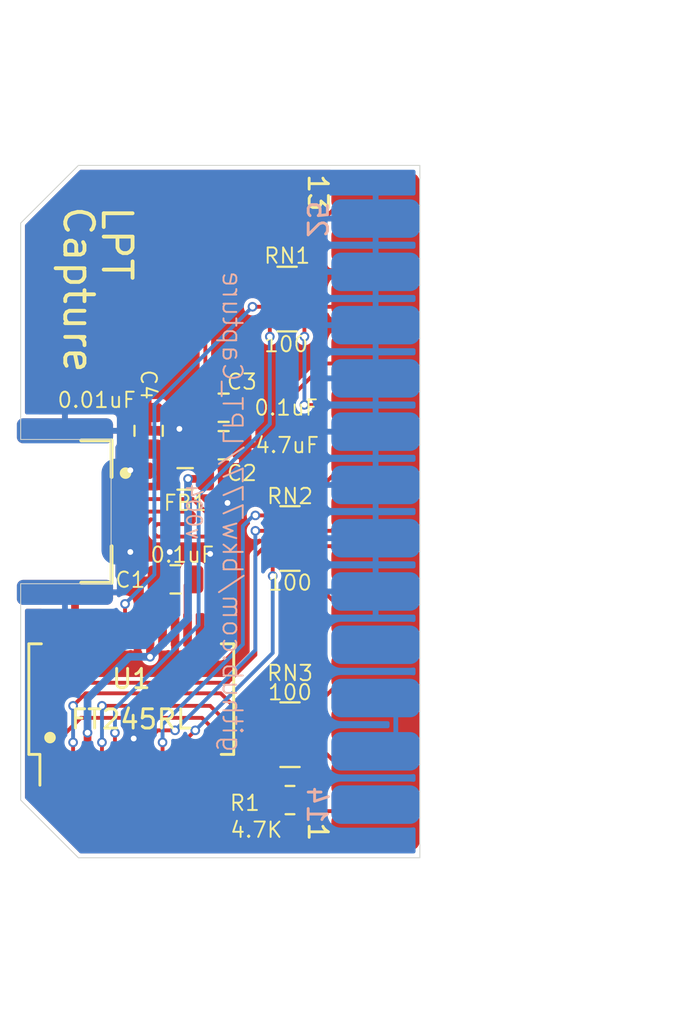
<source format=kicad_pcb>
(kicad_pcb (version 20171130) (host pcbnew 5.1.10-88a1d61d58~88~ubuntu20.10.1)

  (general
    (thickness 1.6)
    (drawings 23)
    (tracks 198)
    (zones 0)
    (modules 12)
    (nets 29)
  )

  (page A4)
  (title_block
    (title "LPT Capture")
    (date 2021-06-16)
    (rev 004)
    (company b.kenyon.w@gmail.com)
  )

  (layers
    (0 F.Cu signal)
    (31 B.Cu signal)
    (32 B.Adhes user hide)
    (33 F.Adhes user hide)
    (34 B.Paste user hide)
    (35 F.Paste user hide)
    (36 B.SilkS user)
    (37 F.SilkS user)
    (38 B.Mask user)
    (39 F.Mask user)
    (40 Dwgs.User user hide)
    (41 Cmts.User user hide)
    (42 Eco1.User user hide)
    (43 Eco2.User user hide)
    (44 Edge.Cuts user)
    (45 Margin user hide)
    (46 B.CrtYd user hide)
    (47 F.CrtYd user hide)
    (48 B.Fab user hide)
    (49 F.Fab user hide)
  )

  (setup
    (last_trace_width 0.4)
    (user_trace_width 0.4)
    (trace_clearance 0.2)
    (zone_clearance 0.508)
    (zone_45_only no)
    (trace_min 0.2)
    (via_size 0.5)
    (via_drill 0.3)
    (via_min_size 0.5)
    (via_min_drill 0.3)
    (uvia_size 0.5)
    (uvia_drill 0.3)
    (uvias_allowed no)
    (uvia_min_size 0.2)
    (uvia_min_drill 0.1)
    (edge_width 0.05)
    (segment_width 0.2)
    (pcb_text_width 0.3)
    (pcb_text_size 1.5 1.5)
    (mod_edge_width 0.12)
    (mod_text_size 1 1)
    (mod_text_width 0.15)
    (pad_size 1.524 1.524)
    (pad_drill 0.762)
    (pad_to_mask_clearance 0)
    (solder_mask_min_width 0.22)
    (aux_axis_origin 0 0)
    (grid_origin 150 100)
    (visible_elements FFFFFF7F)
    (pcbplotparams
      (layerselection 0x010f0_ffffffff)
      (usegerberextensions false)
      (usegerberattributes true)
      (usegerberadvancedattributes true)
      (creategerberjobfile true)
      (excludeedgelayer true)
      (linewidth 0.100000)
      (plotframeref false)
      (viasonmask false)
      (mode 1)
      (useauxorigin false)
      (hpglpennumber 1)
      (hpglpenspeed 20)
      (hpglpendiameter 15.000000)
      (psnegative false)
      (psa4output false)
      (plotreference true)
      (plotvalue true)
      (plotinvisibletext false)
      (padsonsilk false)
      (subtractmaskfromsilk false)
      (outputformat 1)
      (mirror false)
      (drillshape 0)
      (scaleselection 1)
      (outputdirectory "GERBER_LPT_Capture"))
  )

  (net 0 "")
  (net 1 GND)
  (net 2 /3v3)
  (net 3 /USB+)
  (net 4 /USB-)
  (net 5 /D1)
  (net 6 /D2)
  (net 7 /D0)
  (net 8 /D3)
  (net 9 /D5)
  (net 10 /D6)
  (net 11 /D4)
  (net 12 /D7)
  (net 13 /WR)
  (net 14 /~TXE)
  (net 15 /Select)
  (net 16 /~BUSY)
  (net 17 VCC)
  (net 18 /RST_ERR)
  (net 19 /PD7)
  (net 20 /PD6)
  (net 21 /PD5)
  (net 22 /PD4)
  (net 23 /PD3)
  (net 24 /PD2)
  (net 25 /PD1)
  (net 26 /PD0)
  (net 27 /~STROBE)
  (net 28 VBUS)

  (net_class Default "This is the default net class."
    (clearance 0.2)
    (trace_width 0.2)
    (via_dia 0.5)
    (via_drill 0.3)
    (uvia_dia 0.5)
    (uvia_drill 0.3)
    (add_net /3v3)
    (add_net /D0)
    (add_net /D1)
    (add_net /D2)
    (add_net /D3)
    (add_net /D4)
    (add_net /D5)
    (add_net /D6)
    (add_net /D7)
    (add_net /PD0)
    (add_net /PD1)
    (add_net /PD2)
    (add_net /PD3)
    (add_net /PD4)
    (add_net /PD5)
    (add_net /PD6)
    (add_net /PD7)
    (add_net /RST_ERR)
    (add_net /Select)
    (add_net /Select-Printer)
    (add_net /WR)
    (add_net /~BUSY)
    (add_net /~LineFeed)
    (add_net /~STROBE)
    (add_net /~TXE)
    (add_net GND)
    (add_net "Net-(U1-Pad12)")
    (add_net "Net-(U1-Pad19)")
    (add_net "Net-(U1-Pad23)")
    (add_net "Net-(U1-Pad27)")
    (add_net "Net-(U1-Pad28)")
    (add_net VBUS)
    (add_net VCC)
  )

  (net_class "USB Data" ""
    (clearance 0.2)
    (trace_width 0.2)
    (via_dia 0.5)
    (via_drill 0.3)
    (uvia_dia 0.5)
    (uvia_drill 0.3)
    (diff_pair_width 0.2)
    (diff_pair_gap 0.2)
    (add_net /USB+)
    (add_net /USB-)
  )

  (module 000_LOCAL:R_Array_Convex_4x0603 (layer F.Cu) (tedit 60C9CA25) (tstamp 60BBE78D)
    (at 152.85 88.95)
    (descr "Chip Resistor Network, ROHM MNR14 (see mnr_g.pdf)")
    (tags "resistor array")
    (path /60BC2D83)
    (attr smd)
    (fp_text reference RN1 (at 0 -2.25) (layer F.SilkS)
      (effects (font (size 0.8 0.8) (thickness 0.1)))
    )
    (fp_text value 100 (at -0.05 2.35 unlocked) (layer F.SilkS)
      (effects (font (size 0.8 0.8) (thickness 0.1)))
    )
    (fp_text user %R (at 0 0 90) (layer F.Fab)
      (effects (font (size 0.5 0.5) (thickness 0.075)))
    )
    (fp_line (start 1.55 1.85) (end -1.55 1.85) (layer F.CrtYd) (width 0.05))
    (fp_line (start 1.55 1.85) (end 1.55 -1.85) (layer F.CrtYd) (width 0.05))
    (fp_line (start -1.55 -1.85) (end -1.55 1.85) (layer F.CrtYd) (width 0.05))
    (fp_line (start -1.55 -1.85) (end 1.55 -1.85) (layer F.CrtYd) (width 0.05))
    (fp_line (start 0.5 -1.68) (end -0.5 -1.68) (layer F.SilkS) (width 0.12))
    (fp_line (start 0.5 1.68) (end -0.5 1.68) (layer F.SilkS) (width 0.12))
    (fp_line (start -0.8 1.6) (end -0.8 -1.6) (layer F.Fab) (width 0.1))
    (fp_line (start 0.8 1.6) (end -0.8 1.6) (layer F.Fab) (width 0.1))
    (fp_line (start 0.8 -1.6) (end 0.8 1.6) (layer F.Fab) (width 0.1))
    (fp_line (start -0.8 -1.6) (end 0.8 -1.6) (layer F.Fab) (width 0.1))
    (pad 5 smd roundrect (at 0.9 1.2) (size 0.8 0.5) (layers F.Cu F.Paste F.Mask) (roundrect_rratio 0.2)
      (net 19 /PD7))
    (pad 6 smd roundrect (at 0.9 0.4) (size 0.8 0.5) (layers F.Cu F.Paste F.Mask) (roundrect_rratio 0.2)
      (net 16 /~BUSY))
    (pad 8 smd roundrect (at 0.9 -1.2) (size 0.8 0.5) (layers F.Cu F.Paste F.Mask) (roundrect_rratio 0.2)
      (net 15 /Select))
    (pad 7 smd roundrect (at 0.9 -0.4) (size 0.8 0.5) (layers F.Cu F.Paste F.Mask) (roundrect_rratio 0.2)
      (net 1 GND))
    (pad 4 smd roundrect (at -0.9 1.2) (size 0.8 0.5) (layers F.Cu F.Paste F.Mask) (roundrect_rratio 0.2)
      (net 12 /D7))
    (pad 2 smd roundrect (at -0.9 -0.4) (size 0.8 0.5) (layers F.Cu F.Paste F.Mask) (roundrect_rratio 0.2)
      (net 1 GND))
    (pad 3 smd roundrect (at -0.9 0.4) (size 0.8 0.5) (layers F.Cu F.Paste F.Mask) (roundrect_rratio 0.2)
      (net 14 /~TXE))
    (pad 1 smd roundrect (at -0.9 -1.2) (size 0.8 0.5) (layers F.Cu F.Paste F.Mask) (roundrect_rratio 0.2)
      (net 17 VCC))
    (model ${KIPRJMOD}/000_LOCAL.pretty/3d/R_Array_Convex_4x0603.step
      (at (xyz 0 0 0))
      (scale (xyz 1 1 1))
      (rotate (xyz 0 0 0))
    )
  )

  (module 000_LOCAL:R_Array_Convex_4x0603 (layer F.Cu) (tedit 60C9CA25) (tstamp 60BBE61C)
    (at 153 101.4)
    (descr "Chip Resistor Network, ROHM MNR14 (see mnr_g.pdf)")
    (tags "resistor array")
    (path /60E9D2B3)
    (attr smd)
    (fp_text reference RN2 (at 0 -2.2) (layer F.SilkS)
      (effects (font (size 0.8 0.8) (thickness 0.1)))
    )
    (fp_text value 100 (at 0 2.3) (layer F.SilkS)
      (effects (font (size 0.8 0.8) (thickness 0.1)))
    )
    (fp_text user %R (at 0 0 90) (layer F.Fab)
      (effects (font (size 0.5 0.5) (thickness 0.075)))
    )
    (fp_line (start 1.55 1.85) (end -1.55 1.85) (layer F.CrtYd) (width 0.05))
    (fp_line (start 1.55 1.85) (end 1.55 -1.85) (layer F.CrtYd) (width 0.05))
    (fp_line (start -1.55 -1.85) (end -1.55 1.85) (layer F.CrtYd) (width 0.05))
    (fp_line (start -1.55 -1.85) (end 1.55 -1.85) (layer F.CrtYd) (width 0.05))
    (fp_line (start 0.5 -1.68) (end -0.5 -1.68) (layer F.SilkS) (width 0.12))
    (fp_line (start 0.5 1.68) (end -0.5 1.68) (layer F.SilkS) (width 0.12))
    (fp_line (start -0.8 1.6) (end -0.8 -1.6) (layer F.Fab) (width 0.1))
    (fp_line (start 0.8 1.6) (end -0.8 1.6) (layer F.Fab) (width 0.1))
    (fp_line (start 0.8 -1.6) (end 0.8 1.6) (layer F.Fab) (width 0.1))
    (fp_line (start -0.8 -1.6) (end 0.8 -1.6) (layer F.Fab) (width 0.1))
    (pad 5 smd roundrect (at 0.9 1.2) (size 0.8 0.5) (layers F.Cu F.Paste F.Mask) (roundrect_rratio 0.2)
      (net 23 /PD3))
    (pad 6 smd roundrect (at 0.9 0.4) (size 0.8 0.5) (layers F.Cu F.Paste F.Mask) (roundrect_rratio 0.2)
      (net 22 /PD4))
    (pad 8 smd roundrect (at 0.9 -1.2) (size 0.8 0.5) (layers F.Cu F.Paste F.Mask) (roundrect_rratio 0.2)
      (net 20 /PD6))
    (pad 7 smd roundrect (at 0.9 -0.4) (size 0.8 0.5) (layers F.Cu F.Paste F.Mask) (roundrect_rratio 0.2)
      (net 21 /PD5))
    (pad 4 smd roundrect (at -0.9 1.2) (size 0.8 0.5) (layers F.Cu F.Paste F.Mask) (roundrect_rratio 0.2)
      (net 8 /D3))
    (pad 2 smd roundrect (at -0.9 -0.4) (size 0.8 0.5) (layers F.Cu F.Paste F.Mask) (roundrect_rratio 0.2)
      (net 9 /D5))
    (pad 3 smd roundrect (at -0.9 0.4) (size 0.8 0.5) (layers F.Cu F.Paste F.Mask) (roundrect_rratio 0.2)
      (net 11 /D4))
    (pad 1 smd roundrect (at -0.9 -1.2) (size 0.8 0.5) (layers F.Cu F.Paste F.Mask) (roundrect_rratio 0.2)
      (net 10 /D6))
    (model ${KIPRJMOD}/000_LOCAL.pretty/3d/R_Array_Convex_4x0603.step
      (at (xyz 0 0 0))
      (scale (xyz 1 1 1))
      (rotate (xyz 0 0 0))
    )
  )

  (module 000_LOCAL:R_Array_Convex_4x0603 (layer F.Cu) (tedit 60C9CA25) (tstamp 60BFC8D2)
    (at 153 111.6)
    (descr "Chip Resistor Network, ROHM MNR14 (see mnr_g.pdf)")
    (tags "resistor array")
    (path /60F04DD3)
    (attr smd)
    (fp_text reference RN3 (at 0 -3.2) (layer F.SilkS)
      (effects (font (size 0.8 0.8) (thickness 0.1)))
    )
    (fp_text value 100 (at 0 -2.2 unlocked) (layer F.SilkS)
      (effects (font (size 0.8 0.8) (thickness 0.1)))
    )
    (fp_text user %R (at 0 0 90) (layer F.Fab)
      (effects (font (size 0.5 0.5) (thickness 0.075)))
    )
    (fp_line (start 1.55 1.85) (end -1.55 1.85) (layer F.CrtYd) (width 0.05))
    (fp_line (start 1.55 1.85) (end 1.55 -1.85) (layer F.CrtYd) (width 0.05))
    (fp_line (start -1.55 -1.85) (end -1.55 1.85) (layer F.CrtYd) (width 0.05))
    (fp_line (start -1.55 -1.85) (end 1.55 -1.85) (layer F.CrtYd) (width 0.05))
    (fp_line (start 0.5 -1.68) (end -0.5 -1.68) (layer F.SilkS) (width 0.12))
    (fp_line (start 0.5 1.68) (end -0.5 1.68) (layer F.SilkS) (width 0.12))
    (fp_line (start -0.8 1.6) (end -0.8 -1.6) (layer F.Fab) (width 0.1))
    (fp_line (start 0.8 1.6) (end -0.8 1.6) (layer F.Fab) (width 0.1))
    (fp_line (start 0.8 -1.6) (end 0.8 1.6) (layer F.Fab) (width 0.1))
    (fp_line (start -0.8 -1.6) (end 0.8 -1.6) (layer F.Fab) (width 0.1))
    (pad 5 smd roundrect (at 0.9 1.2) (size 0.8 0.5) (layers F.Cu F.Paste F.Mask) (roundrect_rratio 0.2)
      (net 27 /~STROBE))
    (pad 6 smd roundrect (at 0.9 0.4) (size 0.8 0.5) (layers F.Cu F.Paste F.Mask) (roundrect_rratio 0.2)
      (net 26 /PD0))
    (pad 8 smd roundrect (at 0.9 -1.2) (size 0.8 0.5) (layers F.Cu F.Paste F.Mask) (roundrect_rratio 0.2)
      (net 24 /PD2))
    (pad 7 smd roundrect (at 0.9 -0.4) (size 0.8 0.5) (layers F.Cu F.Paste F.Mask) (roundrect_rratio 0.2)
      (net 25 /PD1))
    (pad 4 smd roundrect (at -0.9 1.2) (size 0.8 0.5) (layers F.Cu F.Paste F.Mask) (roundrect_rratio 0.2)
      (net 13 /WR))
    (pad 2 smd roundrect (at -0.9 -0.4) (size 0.8 0.5) (layers F.Cu F.Paste F.Mask) (roundrect_rratio 0.2)
      (net 5 /D1))
    (pad 3 smd roundrect (at -0.9 0.4) (size 0.8 0.5) (layers F.Cu F.Paste F.Mask) (roundrect_rratio 0.2)
      (net 7 /D0))
    (pad 1 smd roundrect (at -0.9 -1.2) (size 0.8 0.5) (layers F.Cu F.Paste F.Mask) (roundrect_rratio 0.2)
      (net 6 /D2))
    (model ${KIPRJMOD}/000_LOCAL.pretty/3d/R_Array_Convex_4x0603.step
      (at (xyz 0 0 0))
      (scale (xyz 1 1 1))
      (rotate (xyz 0 0 0))
    )
  )

  (module 000_LOCAL:L_0805_2012Metric (layer F.Cu) (tedit 60C9B4E4) (tstamp 60CA1001)
    (at 147.55 98.3 180)
    (descr "Inductor SMD 0805 (2012 Metric), square (rectangular) end terminal, IPC_7351 nominal, (Body size source: IPC-SM-782 page 80, https://www.pcb-3d.com/wordpress/wp-content/uploads/ipc-sm-782a_amendment_1_and_2.pdf), generated with kicad-footprint-generator")
    (tags inductor)
    (path /60CAB513)
    (attr smd)
    (fp_text reference FB1 (at 0 -1.25 unlocked) (layer F.SilkS)
      (effects (font (size 0.8 0.8) (thickness 0.1)))
    )
    (fp_text value MI0805K400R-10 (at 0 1.55) (layer F.Fab)
      (effects (font (size 1 1) (thickness 0.15)))
    )
    (fp_text user %R (at 0 0) (layer F.Fab)
      (effects (font (size 0.5 0.5) (thickness 0.08)))
    )
    (fp_line (start -1 0.45) (end -1 -0.45) (layer F.Fab) (width 0.1))
    (fp_line (start -1 -0.45) (end 1 -0.45) (layer F.Fab) (width 0.1))
    (fp_line (start 1 -0.45) (end 1 0.45) (layer F.Fab) (width 0.1))
    (fp_line (start 1 0.45) (end -1 0.45) (layer F.Fab) (width 0.1))
    (fp_line (start -0.399622 -0.56) (end 0.399622 -0.56) (layer F.SilkS) (width 0.12))
    (fp_line (start -0.399622 0.56) (end 0.399622 0.56) (layer F.SilkS) (width 0.12))
    (fp_line (start -1.75 0.85) (end -1.75 -0.85) (layer F.CrtYd) (width 0.05))
    (fp_line (start -1.75 -0.85) (end 1.75 -0.85) (layer F.CrtYd) (width 0.05))
    (fp_line (start 1.75 -0.85) (end 1.75 0.85) (layer F.CrtYd) (width 0.05))
    (fp_line (start 1.75 0.85) (end -1.75 0.85) (layer F.CrtYd) (width 0.05))
    (pad 2 smd roundrect (at 1.0625 0 180) (size 0.875 1.2) (layers F.Cu F.Paste F.Mask) (roundrect_rratio 0.25)
      (net 28 VBUS))
    (pad 1 smd roundrect (at -1.0625 0 180) (size 0.875 1.2) (layers F.Cu F.Paste F.Mask) (roundrect_rratio 0.25)
      (net 17 VCC))
    (model ${KIPRJMOD}/000_LOCAL.pretty/3d/L_0805_2012Metric.step
      (at (xyz 0 0 0))
      (scale (xyz 1 1 1))
      (rotate (xyz 0 0 0))
    )
  )

  (module 000_LOCAL:C_0805_2012Metric (layer F.Cu) (tedit 60BB0558) (tstamp 60CAC7FA)
    (at 145.65 95.8 90)
    (descr "Capacitor SMD 0805 (2012 Metric), square (rectangular) end terminal, IPC_7351 nominal, (Body size source: IPC-SM-782 page 76, https://www.pcb-3d.com/wordpress/wp-content/uploads/ipc-sm-782a_amendment_1_and_2.pdf, https://docs.google.com/spreadsheets/d/1BsfQQcO9C6DZCsRaXUlFlo91Tg2WpOkGARC1WS5S8t0/edit?usp=sharing), generated with kicad-footprint-generator")
    (tags capacitor)
    (path /60CC8F96)
    (attr smd)
    (fp_text reference C4 (at 2.4 0 270 unlocked) (layer F.SilkS)
      (effects (font (size 0.8 0.8) (thickness 0.1)))
    )
    (fp_text value 0.01uF (at 1.6 -2.7 unlocked) (layer F.SilkS)
      (effects (font (size 0.8 0.8) (thickness 0.1)))
    )
    (fp_text user %R (at 0 0 90) (layer F.Fab)
      (effects (font (size 0.5 0.5) (thickness 0.08)))
    )
    (fp_line (start -1 0.625) (end -1 -0.625) (layer F.Fab) (width 0.1))
    (fp_line (start -1 -0.625) (end 1 -0.625) (layer F.Fab) (width 0.1))
    (fp_line (start 1 -0.625) (end 1 0.625) (layer F.Fab) (width 0.1))
    (fp_line (start 1 0.625) (end -1 0.625) (layer F.Fab) (width 0.1))
    (fp_line (start -0.261252 -0.735) (end 0.261252 -0.735) (layer F.SilkS) (width 0.12))
    (fp_line (start -0.261252 0.735) (end 0.261252 0.735) (layer F.SilkS) (width 0.12))
    (fp_line (start -1.7 0.98) (end -1.7 -0.98) (layer F.CrtYd) (width 0.05))
    (fp_line (start -1.7 -0.98) (end 1.7 -0.98) (layer F.CrtYd) (width 0.05))
    (fp_line (start 1.7 -0.98) (end 1.7 0.98) (layer F.CrtYd) (width 0.05))
    (fp_line (start 1.7 0.98) (end -1.7 0.98) (layer F.CrtYd) (width 0.05))
    (pad 2 smd roundrect (at 0.95 0 90) (size 1 1.45) (layers F.Cu F.Paste F.Mask) (roundrect_rratio 0.25)
      (net 1 GND))
    (pad 1 smd roundrect (at -0.95 0 90) (size 1 1.45) (layers F.Cu F.Paste F.Mask) (roundrect_rratio 0.25)
      (net 28 VBUS))
    (model ${KIPRJMOD}/000_LOCAL.pretty/3d/C_0805_2012Metric.step
      (at (xyz 0 0 0))
      (scale (xyz 1 1 1))
      (rotate (xyz 0 0 0))
    )
  )

  (module 000_LOCAL:C_0805_2012Metric (layer F.Cu) (tedit 60BB0558) (tstamp 60CA0FDF)
    (at 149.55 94.6)
    (descr "Capacitor SMD 0805 (2012 Metric), square (rectangular) end terminal, IPC_7351 nominal, (Body size source: IPC-SM-782 page 76, https://www.pcb-3d.com/wordpress/wp-content/uploads/ipc-sm-782a_amendment_1_and_2.pdf, https://docs.google.com/spreadsheets/d/1BsfQQcO9C6DZCsRaXUlFlo91Tg2WpOkGARC1WS5S8t0/edit?usp=sharing), generated with kicad-footprint-generator")
    (tags capacitor)
    (path /60D3ACCC)
    (attr smd)
    (fp_text reference C3 (at 0.95 -1.35 unlocked) (layer F.SilkS)
      (effects (font (size 0.8 0.8) (thickness 0.1)))
    )
    (fp_text value 0.1uF (at 3.25 0) (layer F.SilkS)
      (effects (font (size 0.8 0.8) (thickness 0.1)))
    )
    (fp_text user %R (at 0 0) (layer F.Fab)
      (effects (font (size 0.5 0.5) (thickness 0.08)))
    )
    (fp_line (start -1 0.625) (end -1 -0.625) (layer F.Fab) (width 0.1))
    (fp_line (start -1 -0.625) (end 1 -0.625) (layer F.Fab) (width 0.1))
    (fp_line (start 1 -0.625) (end 1 0.625) (layer F.Fab) (width 0.1))
    (fp_line (start 1 0.625) (end -1 0.625) (layer F.Fab) (width 0.1))
    (fp_line (start -0.261252 -0.735) (end 0.261252 -0.735) (layer F.SilkS) (width 0.12))
    (fp_line (start -0.261252 0.735) (end 0.261252 0.735) (layer F.SilkS) (width 0.12))
    (fp_line (start -1.7 0.98) (end -1.7 -0.98) (layer F.CrtYd) (width 0.05))
    (fp_line (start -1.7 -0.98) (end 1.7 -0.98) (layer F.CrtYd) (width 0.05))
    (fp_line (start 1.7 -0.98) (end 1.7 0.98) (layer F.CrtYd) (width 0.05))
    (fp_line (start 1.7 0.98) (end -1.7 0.98) (layer F.CrtYd) (width 0.05))
    (pad 2 smd roundrect (at 0.95 0) (size 1 1.45) (layers F.Cu F.Paste F.Mask) (roundrect_rratio 0.25)
      (net 1 GND))
    (pad 1 smd roundrect (at -0.95 0) (size 1 1.45) (layers F.Cu F.Paste F.Mask) (roundrect_rratio 0.25)
      (net 17 VCC))
    (model ${KIPRJMOD}/000_LOCAL.pretty/3d/C_0805_2012Metric.step
      (at (xyz 0 0 0))
      (scale (xyz 1 1 1))
      (rotate (xyz 0 0 0))
    )
  )

  (module 000_LOCAL:DSUB-25_Male_EdgeMount_P2.77mm (layer F.Cu) (tedit 60C163D6) (tstamp 60BBE3FB)
    (at 157.95 100 90)
    (descr "25-pin D-Sub connector, solder-cups edge-mounted, male, x-pin-pitch 2.77mm, distance of mounting holes 47.1mm, see https://disti-assets.s3.amazonaws.com/tonar/files/datasheets/16730.pdf")
    (tags "25-pin D-Sub connector edge mount solder cup male x-pin-pitch 2.77mm mounting holes distance 47.1mm")
    (path /60BBDFE2)
    (fp_text reference J2 (at -15.267 -0.4688 90) (layer F.SilkS) hide
      (effects (font (size 1 1) (thickness 0.15)))
    )
    (fp_text value "DB25 Male" (at 0 12.95 90) (layer F.Fab)
      (effects (font (size 1 1) (thickness 0.15)))
    )
    (fp_line (start 19.15 9.69) (end -19.15 9.69) (layer F.Fab) (width 0.1))
    (fp_line (start 19.15 15.69) (end 19.15 9.69) (layer F.Fab) (width 0.1))
    (fp_line (start -19.15 15.69) (end 19.15 15.69) (layer F.Fab) (width 0.1))
    (fp_line (start -19.15 9.69) (end -19.15 15.69) (layer F.Fab) (width 0.1))
    (fp_line (start 26.55 9.29) (end -26.55 9.29) (layer F.Fab) (width 0.1))
    (fp_line (start 26.55 9.69) (end 26.55 9.29) (layer F.Fab) (width 0.1))
    (fp_line (start -26.55 9.69) (end 26.55 9.69) (layer F.Fab) (width 0.1))
    (fp_line (start -26.55 9.29) (end -26.55 9.69) (layer F.Fab) (width 0.1))
    (fp_line (start 19.55 4.79) (end -19.55 4.79) (layer F.Fab) (width 0.1))
    (fp_line (start 19.55 9.29) (end 19.55 4.79) (layer F.Fab) (width 0.1))
    (fp_line (start -19.55 9.29) (end 19.55 9.29) (layer F.Fab) (width 0.1))
    (fp_line (start -19.55 4.79) (end -19.55 9.29) (layer F.Fab) (width 0.1))
    (fp_line (start 18.55 1.99) (end -18.55 1.99) (layer F.Fab) (width 0.1))
    (fp_line (start 18.55 4.79) (end 18.55 1.99) (layer F.Fab) (width 0.1))
    (fp_line (start -18.55 4.79) (end 18.55 4.79) (layer F.Fab) (width 0.1))
    (fp_line (start -18.55 1.99) (end -18.55 4.79) (layer F.Fab) (width 0.1))
    (fp_line (start 15.835 -0.91) (end 14.635 -0.91) (layer B.Fab) (width 0.1))
    (fp_line (start 15.835 1.99) (end 15.835 -0.91) (layer B.Fab) (width 0.1))
    (fp_line (start 14.635 1.99) (end 15.835 1.99) (layer B.Fab) (width 0.1))
    (fp_line (start 14.635 -0.91) (end 14.635 1.99) (layer B.Fab) (width 0.1))
    (fp_line (start 13.065 -0.91) (end 11.865 -0.91) (layer B.Fab) (width 0.1))
    (fp_line (start 13.065 1.99) (end 13.065 -0.91) (layer B.Fab) (width 0.1))
    (fp_line (start 11.865 1.99) (end 13.065 1.99) (layer B.Fab) (width 0.1))
    (fp_line (start 11.865 -0.91) (end 11.865 1.99) (layer B.Fab) (width 0.1))
    (fp_line (start 10.295 -0.91) (end 9.095 -0.91) (layer B.Fab) (width 0.1))
    (fp_line (start 10.295 1.99) (end 10.295 -0.91) (layer B.Fab) (width 0.1))
    (fp_line (start 9.095 1.99) (end 10.295 1.99) (layer B.Fab) (width 0.1))
    (fp_line (start 9.095 -0.91) (end 9.095 1.99) (layer B.Fab) (width 0.1))
    (fp_line (start 7.525 -0.91) (end 6.325 -0.91) (layer B.Fab) (width 0.1))
    (fp_line (start 7.525 1.99) (end 7.525 -0.91) (layer B.Fab) (width 0.1))
    (fp_line (start 6.325 1.99) (end 7.525 1.99) (layer B.Fab) (width 0.1))
    (fp_line (start 6.325 -0.91) (end 6.325 1.99) (layer B.Fab) (width 0.1))
    (fp_line (start 4.755 -0.91) (end 3.555 -0.91) (layer B.Fab) (width 0.1))
    (fp_line (start 4.755 1.99) (end 4.755 -0.91) (layer B.Fab) (width 0.1))
    (fp_line (start 3.555 1.99) (end 4.755 1.99) (layer B.Fab) (width 0.1))
    (fp_line (start 3.555 -0.91) (end 3.555 1.99) (layer B.Fab) (width 0.1))
    (fp_line (start 1.985 -0.91) (end 0.785 -0.91) (layer B.Fab) (width 0.1))
    (fp_line (start 1.985 1.99) (end 1.985 -0.91) (layer B.Fab) (width 0.1))
    (fp_line (start 0.785 1.99) (end 1.985 1.99) (layer B.Fab) (width 0.1))
    (fp_line (start 0.785 -0.91) (end 0.785 1.99) (layer B.Fab) (width 0.1))
    (fp_line (start -0.785 -0.91) (end -1.985 -0.91) (layer B.Fab) (width 0.1))
    (fp_line (start -0.785 1.99) (end -0.785 -0.91) (layer B.Fab) (width 0.1))
    (fp_line (start -1.985 1.99) (end -0.785 1.99) (layer B.Fab) (width 0.1))
    (fp_line (start -1.985 -0.91) (end -1.985 1.99) (layer B.Fab) (width 0.1))
    (fp_line (start -3.555 -0.91) (end -4.755 -0.91) (layer B.Fab) (width 0.1))
    (fp_line (start -3.555 1.99) (end -3.555 -0.91) (layer B.Fab) (width 0.1))
    (fp_line (start -4.755 1.99) (end -3.555 1.99) (layer B.Fab) (width 0.1))
    (fp_line (start -4.755 -0.91) (end -4.755 1.99) (layer B.Fab) (width 0.1))
    (fp_line (start -6.325 -0.91) (end -7.525 -0.91) (layer B.Fab) (width 0.1))
    (fp_line (start -6.325 1.99) (end -6.325 -0.91) (layer B.Fab) (width 0.1))
    (fp_line (start -7.525 1.99) (end -6.325 1.99) (layer B.Fab) (width 0.1))
    (fp_line (start -7.525 -0.91) (end -7.525 1.99) (layer B.Fab) (width 0.1))
    (fp_line (start -9.095 -0.91) (end -10.295 -0.91) (layer B.Fab) (width 0.1))
    (fp_line (start -9.095 1.99) (end -9.095 -0.91) (layer B.Fab) (width 0.1))
    (fp_line (start -10.295 1.99) (end -9.095 1.99) (layer B.Fab) (width 0.1))
    (fp_line (start -10.295 -0.91) (end -10.295 1.99) (layer B.Fab) (width 0.1))
    (fp_line (start -11.865 -0.91) (end -13.065 -0.91) (layer B.Fab) (width 0.1))
    (fp_line (start -11.865 1.99) (end -11.865 -0.91) (layer B.Fab) (width 0.1))
    (fp_line (start -13.065 1.99) (end -11.865 1.99) (layer B.Fab) (width 0.1))
    (fp_line (start -13.065 -0.91) (end -13.065 1.99) (layer B.Fab) (width 0.1))
    (fp_line (start -14.635 -0.91) (end -15.835 -0.91) (layer B.Fab) (width 0.1))
    (fp_line (start -14.635 1.99) (end -14.635 -0.91) (layer B.Fab) (width 0.1))
    (fp_line (start -15.835 1.99) (end -14.635 1.99) (layer B.Fab) (width 0.1))
    (fp_line (start -15.835 -0.91) (end -15.835 1.99) (layer B.Fab) (width 0.1))
    (fp_line (start 17.22 -0.91) (end 16.02 -0.91) (layer F.Fab) (width 0.1))
    (fp_line (start 17.22 1.99) (end 17.22 -0.91) (layer F.Fab) (width 0.1))
    (fp_line (start 16.02 1.99) (end 17.22 1.99) (layer F.Fab) (width 0.1))
    (fp_line (start 16.02 -0.91) (end 16.02 1.99) (layer F.Fab) (width 0.1))
    (fp_line (start 14.45 -0.91) (end 13.25 -0.91) (layer F.Fab) (width 0.1))
    (fp_line (start 14.45 1.99) (end 14.45 -0.91) (layer F.Fab) (width 0.1))
    (fp_line (start 13.25 1.99) (end 14.45 1.99) (layer F.Fab) (width 0.1))
    (fp_line (start 13.25 -0.91) (end 13.25 1.99) (layer F.Fab) (width 0.1))
    (fp_line (start 11.68 -0.91) (end 10.48 -0.91) (layer F.Fab) (width 0.1))
    (fp_line (start 11.68 1.99) (end 11.68 -0.91) (layer F.Fab) (width 0.1))
    (fp_line (start 10.48 1.99) (end 11.68 1.99) (layer F.Fab) (width 0.1))
    (fp_line (start 10.48 -0.91) (end 10.48 1.99) (layer F.Fab) (width 0.1))
    (fp_line (start 8.91 -0.91) (end 7.71 -0.91) (layer F.Fab) (width 0.1))
    (fp_line (start 8.91 1.99) (end 8.91 -0.91) (layer F.Fab) (width 0.1))
    (fp_line (start 7.71 1.99) (end 8.91 1.99) (layer F.Fab) (width 0.1))
    (fp_line (start 7.71 -0.91) (end 7.71 1.99) (layer F.Fab) (width 0.1))
    (fp_line (start 6.14 -0.91) (end 4.94 -0.91) (layer F.Fab) (width 0.1))
    (fp_line (start 6.14 1.99) (end 6.14 -0.91) (layer F.Fab) (width 0.1))
    (fp_line (start 4.94 1.99) (end 6.14 1.99) (layer F.Fab) (width 0.1))
    (fp_line (start 4.94 -0.91) (end 4.94 1.99) (layer F.Fab) (width 0.1))
    (fp_line (start 3.37 -0.91) (end 2.17 -0.91) (layer F.Fab) (width 0.1))
    (fp_line (start 3.37 1.99) (end 3.37 -0.91) (layer F.Fab) (width 0.1))
    (fp_line (start 2.17 1.99) (end 3.37 1.99) (layer F.Fab) (width 0.1))
    (fp_line (start 2.17 -0.91) (end 2.17 1.99) (layer F.Fab) (width 0.1))
    (fp_line (start 0.6 -0.91) (end -0.6 -0.91) (layer F.Fab) (width 0.1))
    (fp_line (start 0.6 1.99) (end 0.6 -0.91) (layer F.Fab) (width 0.1))
    (fp_line (start -0.6 1.99) (end 0.6 1.99) (layer F.Fab) (width 0.1))
    (fp_line (start -0.6 -0.91) (end -0.6 1.99) (layer F.Fab) (width 0.1))
    (fp_line (start -2.17 -0.91) (end -3.37 -0.91) (layer F.Fab) (width 0.1))
    (fp_line (start -2.17 1.99) (end -2.17 -0.91) (layer F.Fab) (width 0.1))
    (fp_line (start -3.37 1.99) (end -2.17 1.99) (layer F.Fab) (width 0.1))
    (fp_line (start -3.37 -0.91) (end -3.37 1.99) (layer F.Fab) (width 0.1))
    (fp_line (start -4.94 -0.91) (end -6.14 -0.91) (layer F.Fab) (width 0.1))
    (fp_line (start -4.94 1.99) (end -4.94 -0.91) (layer F.Fab) (width 0.1))
    (fp_line (start -6.14 1.99) (end -4.94 1.99) (layer F.Fab) (width 0.1))
    (fp_line (start -6.14 -0.91) (end -6.14 1.99) (layer F.Fab) (width 0.1))
    (fp_line (start -7.71 -0.91) (end -8.91 -0.91) (layer F.Fab) (width 0.1))
    (fp_line (start -7.71 1.99) (end -7.71 -0.91) (layer F.Fab) (width 0.1))
    (fp_line (start -8.91 1.99) (end -7.71 1.99) (layer F.Fab) (width 0.1))
    (fp_line (start -8.91 -0.91) (end -8.91 1.99) (layer F.Fab) (width 0.1))
    (fp_line (start -10.48 -0.91) (end -11.68 -0.91) (layer F.Fab) (width 0.1))
    (fp_line (start -10.48 1.99) (end -10.48 -0.91) (layer F.Fab) (width 0.1))
    (fp_line (start -11.68 1.99) (end -10.48 1.99) (layer F.Fab) (width 0.1))
    (fp_line (start -11.68 -0.91) (end -11.68 1.99) (layer F.Fab) (width 0.1))
    (fp_line (start -13.25 -0.91) (end -14.45 -0.91) (layer F.Fab) (width 0.1))
    (fp_line (start -13.25 1.99) (end -13.25 -0.91) (layer F.Fab) (width 0.1))
    (fp_line (start -14.45 1.99) (end -13.25 1.99) (layer F.Fab) (width 0.1))
    (fp_line (start -14.45 -0.91) (end -14.45 1.99) (layer F.Fab) (width 0.1))
    (fp_line (start -16.02 -0.91) (end -17.22 -0.91) (layer F.Fab) (width 0.1))
    (fp_line (start -16.02 1.99) (end -16.02 -0.91) (layer F.Fab) (width 0.1))
    (fp_line (start -17.22 1.99) (end -16.02 1.99) (layer F.Fab) (width 0.1))
    (fp_line (start -17.22 -0.91) (end -17.22 1.99) (layer F.Fab) (width 0.1))
    (fp_text user "PCB edge" (at 0 2.45 90) (layer Dwgs.User)
      (effects (font (size 0.5 0.5) (thickness 0.075)))
    )
    (fp_text user %R (at 0 3.39 90) (layer F.Fab)
      (effects (font (size 1 1) (thickness 0.15)))
    )
    (pad 25 smd roundrect (at 15.235 -0.5 90) (size 2 4.6) (layers B.Cu B.Mask) (roundrect_rratio 0.25)
      (net 1 GND))
    (pad 24 smd roundrect (at 12.465 -0.5 90) (size 2 4.6) (layers B.Cu B.Mask) (roundrect_rratio 0.25)
      (net 1 GND))
    (pad 23 smd roundrect (at 9.695 -0.5 90) (size 2 4.6) (layers B.Cu B.Mask) (roundrect_rratio 0.25)
      (net 1 GND))
    (pad 22 smd roundrect (at 6.925 -0.5 90) (size 2 4.6) (layers B.Cu B.Mask) (roundrect_rratio 0.25)
      (net 1 GND))
    (pad 21 smd roundrect (at 4.155 -0.5 90) (size 2 4.6) (layers B.Cu B.Mask) (roundrect_rratio 0.25)
      (net 1 GND))
    (pad 20 smd roundrect (at 1.385 -0.5 90) (size 2 4.6) (layers B.Cu B.Mask) (roundrect_rratio 0.25)
      (net 1 GND))
    (pad 19 smd roundrect (at -1.385 -0.5 90) (size 2 4.6) (layers B.Cu B.Mask) (roundrect_rratio 0.25)
      (net 1 GND))
    (pad 18 smd roundrect (at -4.155 -0.5 90) (size 2 4.6) (layers B.Cu B.Mask) (roundrect_rratio 0.25)
      (net 1 GND))
    (pad 17 smd roundrect (at -6.925 -0.5 90) (size 2 4.6) (layers B.Cu B.Mask) (roundrect_rratio 0.25))
    (pad 16 smd roundrect (at -9.695 -0.5 90) (size 2 4.6) (layers B.Cu B.Mask) (roundrect_rratio 0.25)
      (net 18 /RST_ERR))
    (pad 15 smd roundrect (at -12.465 -0.5 90) (size 2 4.6) (layers B.Cu B.Mask) (roundrect_rratio 0.25)
      (net 18 /RST_ERR))
    (pad 14 smd roundrect (at -15.235 -0.5 90) (size 2 4.6) (layers B.Cu B.Mask) (roundrect_rratio 0.25))
    (pad 13 smd roundrect (at 16.62 -0.5 90) (size 2 4.6) (layers F.Cu F.Mask) (roundrect_rratio 0.25)
      (net 15 /Select))
    (pad 12 smd roundrect (at 13.85 -0.5 90) (size 2 4.6) (layers F.Cu F.Mask) (roundrect_rratio 0.25)
      (net 1 GND))
    (pad 11 smd roundrect (at 11.08 -0.5 90) (size 2 4.6) (layers F.Cu F.Mask) (roundrect_rratio 0.25)
      (net 16 /~BUSY))
    (pad 10 smd roundrect (at 8.31 -0.5 90) (size 2 4.6) (layers F.Cu F.Mask) (roundrect_rratio 0.25)
      (net 27 /~STROBE))
    (pad 9 smd roundrect (at 5.54 -0.5 90) (size 2 4.6) (layers F.Cu F.Mask) (roundrect_rratio 0.25)
      (net 19 /PD7))
    (pad 8 smd roundrect (at 2.77 -0.5 90) (size 2 4.6) (layers F.Cu F.Mask) (roundrect_rratio 0.25)
      (net 20 /PD6))
    (pad 7 smd roundrect (at 0 -0.5 90) (size 2 4.6) (layers F.Cu F.Mask) (roundrect_rratio 0.25)
      (net 21 /PD5))
    (pad 6 smd roundrect (at -2.77 -0.5 90) (size 2 4.6) (layers F.Cu F.Mask) (roundrect_rratio 0.25)
      (net 22 /PD4))
    (pad 5 smd roundrect (at -5.54 -0.5 90) (size 2 4.6) (layers F.Cu F.Mask) (roundrect_rratio 0.25)
      (net 23 /PD3))
    (pad 4 smd roundrect (at -8.31 -0.5 90) (size 2 4.6) (layers F.Cu F.Mask) (roundrect_rratio 0.25)
      (net 24 /PD2))
    (pad 3 smd roundrect (at -11.08 -0.5 90) (size 2 4.6) (layers F.Cu F.Mask) (roundrect_rratio 0.25)
      (net 25 /PD1))
    (pad 2 smd roundrect (at -13.85 -0.5 90) (size 2 4.6) (layers F.Cu F.Mask) (roundrect_rratio 0.25)
      (net 26 /PD0))
    (pad 1 smd roundrect (at -16.62 -0.5 90) (size 2 4.6) (layers F.Cu F.Mask) (roundrect_rratio 0.25)
      (net 27 /~STROBE))
    (model ${KIPRJMOD}/000_LOCAL.pretty/3d/connector_a-ds_25_pp_z.stp_
      (offset (xyz 0 -8.199999999999999 -0.87))
      (scale (xyz 1 1 1))
      (rotate (xyz -90 0 0))
    )
    (model ${KIPRJMOD}/000_LOCAL.pretty/3d/956-025-010R0.STEP_
      (offset (xyz 0 -9.85 -9.4))
      (scale (xyz 1 1 1))
      (rotate (xyz 0 0 0))
    )
    (model ${KIPRJMOD}/000_LOCAL.pretty/3d/956-025-010R0.STEP
      (offset (xyz 0 -9.85 7.6))
      (scale (xyz 1 1 1))
      (rotate (xyz 0 180 0))
    )
    (model ${KIPRJMOD}/000_LOCAL.pretty/3d/171-025-103.step
      (offset (xyz -26.5 -8.300000000000001 -7.2))
      (scale (xyz 1 1 1))
      (rotate (xyz -90 0 0))
    )
  )

  (module 000_LOCAL:GCT_USB3100-XX-X_inverted (layer F.Cu) (tedit 60C150C7) (tstamp 60C0A1AC)
    (at 140.95 100 270)
    (path /60BBD088)
    (attr smd)
    (fp_text reference J1 (at 0 -0.7 90) (layer F.SilkS) hide
      (effects (font (size 0.8 0.8) (thickness 0.1)))
    )
    (fp_text value USB_B_Micro (at 0 3.5 90) (layer F.Fab)
      (effects (font (size 0.6 0.6) (thickness 0.015)))
    )
    (fp_line (start -3.7 -2.775) (end -1.8 -2.775) (layer F.SilkS) (width 0.2))
    (fp_line (start 1.8 -2.775) (end 3.7 -2.775) (layer F.SilkS) (width 0.2))
    (fp_line (start 3.7 -1.2) (end 3.7 -2.775) (layer F.SilkS) (width 0.2))
    (fp_line (start -3.7 -1.2) (end -3.7 -2.775) (layer F.SilkS) (width 0.2))
    (fp_line (start -5.25 3) (end -5.25 -3.75) (layer F.CrtYd) (width 0.05))
    (fp_line (start -5.25 3) (end 5.25 3) (layer F.CrtYd) (width 0.05))
    (fp_line (start 5.25 3) (end 5.25 -3.75) (layer F.CrtYd) (width 0.05))
    (fp_line (start -5.25 -3.75) (end 5.25 -3.75) (layer F.CrtYd) (width 0.05))
    (fp_line (start -3.7 2.775) (end -3.7 -2.775) (layer F.Fab) (width 0.1))
    (fp_line (start 3.7 2.775) (end 3.7 -2.775) (layer F.Fab) (width 0.1))
    (fp_line (start -3.7 -2.775) (end 3.7 -2.775) (layer F.Fab) (width 0.1))
    (fp_line (start -3.7 2.775) (end 3.7 2.775) (layer F.Fab) (width 0.1))
    (fp_circle (center -2 -3.5) (end -1.85 -3.5) (layer F.SilkS) (width 0.3))
    (fp_line (start -3.85 -2.75) (end 3.85 -2.75) (layer Eco2.User) (width 0.1))
    (fp_line (start -3.85 -2.75) (end -3.85 2.15) (layer Eco2.User) (width 0.1))
    (fp_line (start -3.85 2.15) (end -5.25 2.15) (layer Eco2.User) (width 0.1))
    (fp_line (start 3.85 -2.75) (end 3.85 2.15) (layer Eco2.User) (width 0.1))
    (fp_line (start 3.85 2.15) (end 5.25 2.15) (layer Eco2.User) (width 0.1))
    (fp_text user "CUT OUT" (at 0 0 90) (layer Eco2.User)
      (effects (font (size 1 1) (thickness 0.1)))
    )
    (fp_text user "~      PCB Edge      " (at -0.05 2.54491 90) (layer F.Fab)
      (effects (font (size 0.525955 0.525955) (thickness 0.015)))
    )
    (pad 6 smd roundrect (at 4.2 -0.35 270) (size 1.3 5) (layers B.Cu B.Mask) (roundrect_rratio 0.25)
      (net 1 GND))
    (pad 6 smd roundrect (at -4.2 -0.35 270) (size 1.3 5) (layers B.Cu B.Mask) (roundrect_rratio 0.25)
      (net 1 GND))
    (pad 6 smd roundrect (at 4.2 -0.35 270) (size 1.3 5) (layers F.Cu F.Mask) (roundrect_rratio 0.25)
      (net 1 GND))
    (pad 6 smd roundrect (at -4.2 -0.35 270) (size 1.3 5) (layers F.Cu F.Mask) (roundrect_rratio 0.25)
      (net 1 GND))
    (pad 1 smd roundrect (at -1.3 -3.375 270) (size 0.4 1.35) (layers F.Cu F.Mask) (roundrect_rratio 0.1)
      (net 28 VBUS))
    (pad 2 smd roundrect (at -0.65 -3.375 270) (size 0.4 1.35) (layers F.Cu F.Mask) (roundrect_rratio 0.1)
      (net 4 /USB-))
    (pad 3 smd roundrect (at 0 -3.375 270) (size 0.4 1.35) (layers F.Cu F.Mask) (roundrect_rratio 0.1)
      (net 3 /USB+))
    (pad 4 smd roundrect (at 0.65 -3.375 270) (size 0.4 1.35) (layers F.Cu F.Mask) (roundrect_rratio 0.1))
    (pad 5 smd roundrect (at 1.3 -3.375 270) (size 0.4 1.35) (layers F.Cu F.Mask) (roundrect_rratio 0.1)
      (net 1 GND))
    (model ${KIPRJMOD}/000_LOCAL.pretty/3d/usb3100_30_a.stp
      (offset (xyz 0 1.35 -0.95))
      (scale (xyz 1 1 1))
      (rotate (xyz -90 -180 0))
    )
  )

  (module 000_LOCAL:SSOP-28_5.3x10.2mm_P0.65mm (layer F.Cu) (tedit 60BCA611) (tstamp 60BBE70B)
    (at 144.75 109.75 90)
    (descr "28-Lead Plastic Shrink Small Outline (SS)-5.30 mm Body [SSOP] (see Microchip Packaging Specification 00000049BS.pdf)")
    (tags "SSOP 0.65")
    (path /60BBC2F8)
    (attr smd)
    (fp_text reference U1 (at 1.05 0) (layer F.SilkS)
      (effects (font (size 1 1) (thickness 0.15)))
    )
    (fp_text value FT245RL (at -1.05 0) (layer F.SilkS)
      (effects (font (size 1 1) (thickness 0.15)))
    )
    (fp_circle (center -2 -4.225) (end -1.85 -4.225) (layer F.SilkS) (width 0.3))
    (fp_line (start -2.875 -4.75) (end -4.475 -4.75) (layer F.SilkS) (width 0.15))
    (fp_line (start -2.875 5.325) (end 2.875 5.325) (layer F.SilkS) (width 0.15))
    (fp_line (start -2.875 -5.325) (end 2.875 -5.325) (layer F.SilkS) (width 0.15))
    (fp_line (start -2.875 5.325) (end -2.875 4.675) (layer F.SilkS) (width 0.15))
    (fp_line (start 2.875 5.325) (end 2.875 4.675) (layer F.SilkS) (width 0.15))
    (fp_line (start 2.875 -5.325) (end 2.875 -4.675) (layer F.SilkS) (width 0.15))
    (fp_line (start -2.875 -5.325) (end -2.875 -4.75) (layer F.SilkS) (width 0.15))
    (fp_line (start -4.75 5.5) (end 4.75 5.5) (layer F.CrtYd) (width 0.05))
    (fp_line (start -4.75 -5.5) (end 4.75 -5.5) (layer F.CrtYd) (width 0.05))
    (fp_line (start 4.75 -5.5) (end 4.75 5.5) (layer F.CrtYd) (width 0.05))
    (fp_line (start -4.75 -5.5) (end -4.75 5.5) (layer F.CrtYd) (width 0.05))
    (fp_line (start -2.65 -4.1) (end -1.65 -5.1) (layer F.Fab) (width 0.15))
    (fp_line (start -2.65 5.1) (end -2.65 -4.1) (layer F.Fab) (width 0.15))
    (fp_line (start 2.65 5.1) (end -2.65 5.1) (layer F.Fab) (width 0.15))
    (fp_line (start 2.65 -5.1) (end 2.65 5.1) (layer F.Fab) (width 0.15))
    (fp_line (start -1.65 -5.1) (end 2.65 -5.1) (layer F.Fab) (width 0.15))
    (fp_text user %R (at 0 0 90) (layer F.Fab)
      (effects (font (size 0.8 0.8) (thickness 0.15)))
    )
    (pad 28 smd roundrect (at 3.6 -4.225 90) (size 1.75 0.45) (layers F.Cu F.Paste F.Mask) (roundrect_rratio 0.18))
    (pad 27 smd roundrect (at 3.6 -3.575 90) (size 1.75 0.45) (layers F.Cu F.Paste F.Mask) (roundrect_rratio 0.18))
    (pad 26 smd roundrect (at 3.6 -2.925 90) (size 1.75 0.45) (layers F.Cu F.Paste F.Mask) (roundrect_rratio 0.18)
      (net 1 GND))
    (pad 25 smd roundrect (at 3.6 -2.275 90) (size 1.75 0.45) (layers F.Cu F.Paste F.Mask) (roundrect_rratio 0.18)
      (net 1 GND))
    (pad 24 smd roundrect (at 3.6 -1.625 90) (size 1.75 0.45) (layers F.Cu F.Paste F.Mask) (roundrect_rratio 0.18))
    (pad 23 smd roundrect (at 3.6 -0.975 90) (size 1.75 0.45) (layers F.Cu F.Paste F.Mask) (roundrect_rratio 0.18))
    (pad 22 smd roundrect (at 3.6 -0.325 90) (size 1.75 0.45) (layers F.Cu F.Paste F.Mask) (roundrect_rratio 0.18)
      (net 14 /~TXE))
    (pad 21 smd roundrect (at 3.6 0.325 90) (size 1.75 0.45) (layers F.Cu F.Paste F.Mask) (roundrect_rratio 0.18)
      (net 1 GND))
    (pad 20 smd roundrect (at 3.6 0.975 90) (size 1.75 0.45) (layers F.Cu F.Paste F.Mask) (roundrect_rratio 0.18)
      (net 17 VCC))
    (pad 19 smd roundrect (at 3.6 1.625 90) (size 1.75 0.45) (layers F.Cu F.Paste F.Mask) (roundrect_rratio 0.18))
    (pad 18 smd roundrect (at 3.6 2.275 90) (size 1.75 0.45) (layers F.Cu F.Paste F.Mask) (roundrect_rratio 0.18)
      (net 1 GND))
    (pad 17 smd roundrect (at 3.6 2.925 90) (size 1.75 0.45) (layers F.Cu F.Paste F.Mask) (roundrect_rratio 0.18)
      (net 2 /3v3))
    (pad 16 smd roundrect (at 3.6 3.575 90) (size 1.75 0.45) (layers F.Cu F.Paste F.Mask) (roundrect_rratio 0.18)
      (net 4 /USB-))
    (pad 15 smd roundrect (at 3.6 4.225 90) (size 1.75 0.45) (layers F.Cu F.Paste F.Mask) (roundrect_rratio 0.18)
      (net 3 /USB+))
    (pad 14 smd roundrect (at -3.6 4.225 90) (size 1.75 0.45) (layers F.Cu F.Paste F.Mask) (roundrect_rratio 0.18)
      (net 13 /WR))
    (pad 13 smd roundrect (at -3.6 3.575 90) (size 1.75 0.45) (layers F.Cu F.Paste F.Mask) (roundrect_rratio 0.18)
      (net 17 VCC))
    (pad 12 smd roundrect (at -3.6 2.925 90) (size 1.75 0.45) (layers F.Cu F.Paste F.Mask) (roundrect_rratio 0.18))
    (pad 11 smd roundrect (at -3.6 2.275 90) (size 1.75 0.45) (layers F.Cu F.Paste F.Mask) (roundrect_rratio 0.18)
      (net 8 /D3))
    (pad 10 smd roundrect (at -3.6 1.625 90) (size 1.75 0.45) (layers F.Cu F.Paste F.Mask) (roundrect_rratio 0.18)
      (net 10 /D6))
    (pad 9 smd roundrect (at -3.6 0.975 90) (size 1.75 0.45) (layers F.Cu F.Paste F.Mask) (roundrect_rratio 0.18)
      (net 9 /D5))
    (pad 8 smd roundrect (at -3.6 0.325 90) (size 1.75 0.45) (layers F.Cu F.Paste F.Mask) (roundrect_rratio 0.18))
    (pad 7 smd roundrect (at -3.6 -0.325 90) (size 1.75 0.45) (layers F.Cu F.Paste F.Mask) (roundrect_rratio 0.18)
      (net 1 GND))
    (pad 6 smd roundrect (at -3.6 -0.975 90) (size 1.75 0.45) (layers F.Cu F.Paste F.Mask) (roundrect_rratio 0.18)
      (net 12 /D7))
    (pad 5 smd roundrect (at -3.6 -1.625 90) (size 1.75 0.45) (layers F.Cu F.Paste F.Mask) (roundrect_rratio 0.18)
      (net 5 /D1))
    (pad 4 smd roundrect (at -3.6 -2.275 90) (size 1.75 0.45) (layers F.Cu F.Paste F.Mask) (roundrect_rratio 0.18)
      (net 17 VCC))
    (pad 3 smd roundrect (at -3.6 -2.925 90) (size 1.75 0.45) (layers F.Cu F.Paste F.Mask) (roundrect_rratio 0.18)
      (net 6 /D2))
    (pad 2 smd roundrect (at -3.6 -3.575 90) (size 1.75 0.45) (layers F.Cu F.Paste F.Mask) (roundrect_rratio 0.18)
      (net 11 /D4))
    (pad 1 smd roundrect (at -3.6 -4.225 90) (size 1.75 0.45) (layers F.Cu F.Paste F.Mask) (roundrect_rratio 0.18)
      (net 7 /D0))
    (model ${KIPRJMOD}/000_LOCAL.pretty/3d/SSOP-28_5.3x10.2mm_P0.65mm.step
      (at (xyz 0 0 0))
      (scale (xyz 1 1 1))
      (rotate (xyz 0 0 0))
    )
  )

  (module 000_LOCAL:R_0805_2012Metric (layer F.Cu) (tedit 60BB056D) (tstamp 60BBE2FE)
    (at 153 115 180)
    (descr "Resistor SMD 0805 (2012 Metric), square (rectangular) end terminal, IPC_7351 nominal, (Body size source: IPC-SM-782 page 72, https://www.pcb-3d.com/wordpress/wp-content/uploads/ipc-sm-782a_amendment_1_and_2.pdf), generated with kicad-footprint-generator")
    (tags resistor)
    (path /60BC26C0)
    (attr smd)
    (fp_text reference R1 (at 2.35 -0.15 unlocked) (layer F.SilkS)
      (effects (font (size 0.8 0.8) (thickness 0.1)))
    )
    (fp_text value 4.7K (at 1.75 -1.55) (layer F.SilkS)
      (effects (font (size 0.8 0.8) (thickness 0.1)))
    )
    (fp_line (start -1 0.625) (end -1 -0.625) (layer F.Fab) (width 0.1))
    (fp_line (start -1 -0.625) (end 1 -0.625) (layer F.Fab) (width 0.1))
    (fp_line (start 1 -0.625) (end 1 0.625) (layer F.Fab) (width 0.1))
    (fp_line (start 1 0.625) (end -1 0.625) (layer F.Fab) (width 0.1))
    (fp_line (start -0.227064 -0.735) (end 0.227064 -0.735) (layer F.SilkS) (width 0.12))
    (fp_line (start -0.227064 0.735) (end 0.227064 0.735) (layer F.SilkS) (width 0.12))
    (fp_line (start -1.68 0.95) (end -1.68 -0.95) (layer F.CrtYd) (width 0.05))
    (fp_line (start -1.68 -0.95) (end 1.68 -0.95) (layer F.CrtYd) (width 0.05))
    (fp_line (start 1.68 -0.95) (end 1.68 0.95) (layer F.CrtYd) (width 0.05))
    (fp_line (start 1.68 0.95) (end -1.68 0.95) (layer F.CrtYd) (width 0.05))
    (fp_text user %R (at 0 0) (layer F.Fab)
      (effects (font (size 0.5 0.5) (thickness 0.08)))
    )
    (pad 2 smd roundrect (at 0.9125 0 180) (size 1.025 1.4) (layers F.Cu F.Paste F.Mask) (roundrect_rratio 0.2439004878048781)
      (net 17 VCC))
    (pad 1 smd roundrect (at -0.9125 0 180) (size 1.025 1.4) (layers F.Cu F.Paste F.Mask) (roundrect_rratio 0.2439004878048781)
      (net 27 /~STROBE))
    (model ${KIPRJMOD}/000_LOCAL.pretty/3d/R_0805_2012Metric.step
      (at (xyz 0 0 0))
      (scale (xyz 1 1 1))
      (rotate (xyz 0 0 0))
    )
  )

  (module 000_LOCAL:C_0805_2012Metric (layer F.Cu) (tedit 60BB0558) (tstamp 60BBE5E0)
    (at 149.55 96.55)
    (descr "Capacitor SMD 0805 (2012 Metric), square (rectangular) end terminal, IPC_7351 nominal, (Body size source: IPC-SM-782 page 76, https://www.pcb-3d.com/wordpress/wp-content/uploads/ipc-sm-782a_amendment_1_and_2.pdf, https://docs.google.com/spreadsheets/d/1BsfQQcO9C6DZCsRaXUlFlo91Tg2WpOkGARC1WS5S8t0/edit?usp=sharing), generated with kicad-footprint-generator")
    (tags capacitor)
    (path /60D81F24)
    (attr smd)
    (fp_text reference C2 (at 0.95 1.45) (layer F.SilkS)
      (effects (font (size 0.8 0.8) (thickness 0.1)))
    )
    (fp_text value 4.7uF (at 3.3 0 180) (layer F.SilkS)
      (effects (font (size 0.8 0.8) (thickness 0.1)))
    )
    (fp_line (start -1 0.625) (end -1 -0.625) (layer F.Fab) (width 0.1))
    (fp_line (start -1 -0.625) (end 1 -0.625) (layer F.Fab) (width 0.1))
    (fp_line (start 1 -0.625) (end 1 0.625) (layer F.Fab) (width 0.1))
    (fp_line (start 1 0.625) (end -1 0.625) (layer F.Fab) (width 0.1))
    (fp_line (start -0.261252 -0.735) (end 0.261252 -0.735) (layer F.SilkS) (width 0.12))
    (fp_line (start -0.261252 0.735) (end 0.261252 0.735) (layer F.SilkS) (width 0.12))
    (fp_line (start -1.7 0.98) (end -1.7 -0.98) (layer F.CrtYd) (width 0.05))
    (fp_line (start -1.7 -0.98) (end 1.7 -0.98) (layer F.CrtYd) (width 0.05))
    (fp_line (start 1.7 -0.98) (end 1.7 0.98) (layer F.CrtYd) (width 0.05))
    (fp_line (start 1.7 0.98) (end -1.7 0.98) (layer F.CrtYd) (width 0.05))
    (fp_text user %R (at 0 0) (layer F.Fab)
      (effects (font (size 0.5 0.5) (thickness 0.08)))
    )
    (pad 2 smd roundrect (at 0.95 0) (size 1 1.45) (layers F.Cu F.Paste F.Mask) (roundrect_rratio 0.25)
      (net 1 GND))
    (pad 1 smd roundrect (at -0.95 0) (size 1 1.45) (layers F.Cu F.Paste F.Mask) (roundrect_rratio 0.25)
      (net 17 VCC))
    (model ${KIPRJMOD}/000_LOCAL.pretty/3d/C_0805_2012Metric.step
      (at (xyz 0 0 0))
      (scale (xyz 1 1 1))
      (rotate (xyz 0 0 0))
    )
  )

  (module 000_LOCAL:C_0805_2012Metric (layer F.Cu) (tedit 60BB0558) (tstamp 60BBEB15)
    (at 147.05 103.525)
    (descr "Capacitor SMD 0805 (2012 Metric), square (rectangular) end terminal, IPC_7351 nominal, (Body size source: IPC-SM-782 page 76, https://www.pcb-3d.com/wordpress/wp-content/uploads/ipc-sm-782a_amendment_1_and_2.pdf, https://docs.google.com/spreadsheets/d/1BsfQQcO9C6DZCsRaXUlFlo91Tg2WpOkGARC1WS5S8t0/edit?usp=sharing), generated with kicad-footprint-generator")
    (tags capacitor)
    (path /60D814A5)
    (attr smd)
    (fp_text reference C1 (at -2.35 0.025 unlocked) (layer F.SilkS)
      (effects (font (size 0.8 0.8) (thickness 0.1)))
    )
    (fp_text value 0.1uF (at 0.35 -1.275) (layer F.SilkS)
      (effects (font (size 0.8 0.8) (thickness 0.1)))
    )
    (fp_line (start -1 0.625) (end -1 -0.625) (layer F.Fab) (width 0.1))
    (fp_line (start -1 -0.625) (end 1 -0.625) (layer F.Fab) (width 0.1))
    (fp_line (start 1 -0.625) (end 1 0.625) (layer F.Fab) (width 0.1))
    (fp_line (start 1 0.625) (end -1 0.625) (layer F.Fab) (width 0.1))
    (fp_line (start -0.261252 -0.735) (end 0.261252 -0.735) (layer F.SilkS) (width 0.12))
    (fp_line (start -0.261252 0.735) (end 0.261252 0.735) (layer F.SilkS) (width 0.12))
    (fp_line (start -1.7 0.98) (end -1.7 -0.98) (layer F.CrtYd) (width 0.05))
    (fp_line (start -1.7 -0.98) (end 1.7 -0.98) (layer F.CrtYd) (width 0.05))
    (fp_line (start 1.7 -0.98) (end 1.7 0.98) (layer F.CrtYd) (width 0.05))
    (fp_line (start 1.7 0.98) (end -1.7 0.98) (layer F.CrtYd) (width 0.05))
    (fp_text user %R (at 0 0) (layer F.Fab)
      (effects (font (size 0.5 0.5) (thickness 0.08)))
    )
    (pad 2 smd roundrect (at 0.95 0) (size 1 1.45) (layers F.Cu F.Paste F.Mask) (roundrect_rratio 0.25)
      (net 2 /3v3))
    (pad 1 smd roundrect (at -0.95 0) (size 1 1.45) (layers F.Cu F.Paste F.Mask) (roundrect_rratio 0.25)
      (net 1 GND))
    (model ${KIPRJMOD}/000_LOCAL.pretty/3d/C_0805_2012Metric.step
      (at (xyz 0 0 0))
      (scale (xyz 1 1 1))
      (rotate (xyz 0 0 0))
    )
  )

  (gr_line (start 144.325 98.7) (end 145.45 98.7) (layer F.Mask) (width 0.4) (tstamp 60CC09F8))
  (gr_line (start 144.325 99.35) (end 145.45 99.35) (layer F.Mask) (width 0.4) (tstamp 60C13EF6))
  (gr_line (start 144.325 100) (end 145.45 100) (layer F.Mask) (width 0.4) (tstamp 60CC06D4))
  (gr_line (start 143.947453 98) (end 143.947453 102) (layer B.Mask) (width 1.5))
  (gr_line (start 144.325 101.3) (end 145.45 101.3) (layer F.Mask) (width 0.4) (tstamp 60C13EFA))
  (gr_line (start 139 103.75) (end 139 115) (layer Edge.Cuts) (width 0.05) (tstamp 60C11DA2))
  (gr_line (start 139 96.25) (end 139 85) (layer Edge.Cuts) (width 0.05) (tstamp 60C11DA1))
  (gr_line (start 143.7 96.25) (end 139 96.25) (layer Edge.Cuts) (width 0.05))
  (gr_line (start 143.7 103.75) (end 143.7 96.25) (layer Edge.Cuts) (width 0.05))
  (gr_line (start 139 103.75) (end 143.7 103.75) (layer Edge.Cuts) (width 0.05))
  (gr_text Capture (at 142 84 -90) (layer F.SilkS) (tstamp 60C09794)
    (effects (font (size 1.5 1.5) (thickness 0.2)) (justify left))
  )
  (gr_text v004 (at 148 100 -90) (layer B.SilkS)
    (effects (font (size 0.8 0.8) (thickness 0.1)) (justify mirror))
  )
  (gr_text 13 (at 154.45 83.425 -90) (layer F.SilkS) (tstamp 60BD4E5E)
    (effects (font (size 1 1) (thickness 0.15)))
  )
  (gr_text 1 (at 154.45 116.65 -90) (layer F.SilkS) (tstamp 60BD4E54)
    (effects (font (size 1 1) (thickness 0.15)))
  )
  (gr_text 14 (at 154.4 115.25 -90) (layer B.SilkS) (tstamp 60BD4E50)
    (effects (font (size 1 1) (thickness 0.15)) (justify mirror))
  )
  (gr_text 25 (at 154.4 84.8 -90) (layer B.SilkS)
    (effects (font (size 1 1) (thickness 0.15)) (justify mirror))
  )
  (gr_text github.com/bkw777/LPT_Capture (at 150 100 -90) (layer B.SilkS) (tstamp 60BCFD6D)
    (effects (font (size 1 1) (thickness 0.1)) (justify mirror))
  )
  (gr_text LPT (at 144 84 -90) (layer F.SilkS)
    (effects (font (size 1.5 1.5) (thickness 0.2)) (justify left))
  )
  (gr_line (start 139 85) (end 142 82) (layer Edge.Cuts) (width 0.05) (tstamp 60BBE5B0))
  (gr_line (start 142 118) (end 139 115) (layer Edge.Cuts) (width 0.05) (tstamp 60BBE328))
  (gr_line (start 159.75 82) (end 159.75 118) (layer Edge.Cuts) (width 0.05) (tstamp 60BBE6D3))
  (gr_line (start 142 82) (end 159.75 82) (layer Edge.Cuts) (width 0.05) (tstamp 60BBE5CB))
  (gr_line (start 159.75 118) (end 142 118) (layer Edge.Cuts) (width 0.05) (tstamp 60BBE667))

  (via (at 144.875 111.8) (size 0.5) (drill 0.3) (layers F.Cu B.Cu) (net 1))
  (segment (start 144.425 112.25) (end 144.875 111.8) (width 0.4) (layer F.Cu) (net 1))
  (segment (start 144.425 113.35) (end 144.425 112.25) (width 0.4) (layer F.Cu) (net 1))
  (segment (start 145.075 106.15) (end 145.075 107.25) (width 0.4) (layer F.Cu) (net 1))
  (segment (start 147.025 106.15) (end 147.025 107.275) (width 0.4) (layer F.Cu) (net 1))
  (segment (start 147.025 106.15) (end 147.025 105.025) (width 0.4) (layer F.Cu) (net 1))
  (segment (start 145.075 106.15) (end 145.075 104.975) (width 0.4) (layer F.Cu) (net 1))
  (segment (start 141.825 104.85) (end 141.825 106.15) (width 0.4) (layer F.Cu) (net 1))
  (segment (start 143.95 98) (end 143.95 102) (width 1.5) (layer B.Cu) (net 1))
  (via (at 147.25 95.7) (size 0.5) (drill 0.3) (layers F.Cu B.Cu) (net 1))
  (via (at 144.7 102.1) (size 0.5) (drill 0.3) (layers F.Cu B.Cu) (net 1))
  (via (at 146.75 102.1) (size 0.5) (drill 0.3) (layers F.Cu B.Cu) (net 1))
  (via (at 149.75 99.55) (size 0.5) (drill 0.3) (layers F.Cu B.Cu) (net 1))
  (via (at 144.7 97.85) (size 0.5) (drill 0.3) (layers F.Cu B.Cu) (net 1))
  (via (at 148.85 102.2) (size 0.5) (drill 0.3) (layers F.Cu B.Cu) (net 1))
  (segment (start 144.325 101.3) (end 145.45 101.3) (width 0.4) (layer F.Cu) (net 1))
  (segment (start 144.325 100) (end 145.45 100) (width 0.4) (layer F.Cu) (net 3) (tstamp 60CC079D))
  (segment (start 147.675 103.85) (end 147.675 106.15) (width 0.4) (layer F.Cu) (net 2))
  (segment (start 148 103.525) (end 147.675 103.85) (width 0.4) (layer F.Cu) (net 2))
  (segment (start 148 100.5) (end 148 100.15) (width 0.2) (layer F.Cu) (net 3))
  (segment (start 147.85 100.65) (end 148 100.5) (width 0.2) (layer F.Cu) (net 3))
  (segment (start 146.1 100.65) (end 147.85 100.65) (width 0.2) (layer F.Cu) (net 3))
  (segment (start 146.1 101.3) (end 145.95 101.15) (width 0.2) (layer F.Cu) (net 3))
  (segment (start 145.95 100.8) (end 146.1 100.65) (width 0.2) (layer F.Cu) (net 3))
  (segment (start 149.1 101.3) (end 146.1 101.3) (width 0.2) (layer F.Cu) (net 3))
  (segment (start 145.95 101.15) (end 145.95 100.8) (width 0.2) (layer F.Cu) (net 3))
  (segment (start 148.975 103.225) (end 149.5 102.7) (width 0.2) (layer F.Cu) (net 3))
  (segment (start 147.85 100) (end 145.65 100) (width 0.2) (layer F.Cu) (net 3))
  (segment (start 148 100.15) (end 147.85 100) (width 0.2) (layer F.Cu) (net 3))
  (segment (start 149.5 101.7) (end 149.1 101.3) (width 0.2) (layer F.Cu) (net 3))
  (segment (start 149.5 102.7) (end 149.5 101.7) (width 0.2) (layer F.Cu) (net 3))
  (segment (start 148.975 106.15) (end 148.975 103.225) (width 0.2) (layer F.Cu) (net 3))
  (segment (start 144.325 99.35) (end 145.45 99.35) (width 0.4) (layer F.Cu) (net 4) (tstamp 60CC08A9))
  (segment (start 149.95 101.35) (end 147.95 99.35) (width 0.2) (layer F.Cu) (net 4))
  (segment (start 149.95 106.85) (end 149.95 101.35) (width 0.2) (layer F.Cu) (net 4))
  (segment (start 149.35 107.45) (end 149.95 106.85) (width 0.2) (layer F.Cu) (net 4))
  (segment (start 147.95 99.35) (end 145.65 99.35) (width 0.2) (layer F.Cu) (net 4))
  (segment (start 148.55 107.45) (end 149.35 107.45) (width 0.2) (layer F.Cu) (net 4))
  (segment (start 148.325 107.225) (end 148.55 107.45) (width 0.2) (layer F.Cu) (net 4))
  (segment (start 148.325 106.15) (end 148.325 107.225) (width 0.2) (layer F.Cu) (net 4))
  (via (at 143.225 112) (size 0.5) (drill 0.3) (layers F.Cu B.Cu) (net 5))
  (segment (start 143.225 113.25) (end 143.125 113.35) (width 0.2) (layer F.Cu) (net 5))
  (segment (start 143.225 112) (end 143.225 113.25) (width 0.2) (layer F.Cu) (net 5))
  (segment (start 143.225 112) (end 143.225 110.1) (width 0.2) (layer B.Cu) (net 5))
  (via (at 143.225 110.1) (size 0.5) (drill 0.3) (layers F.Cu B.Cu) (net 5))
  (segment (start 149.95 111.2) (end 152.1 111.2) (width 0.2) (layer F.Cu) (net 5))
  (segment (start 148.85 110.1) (end 149.95 111.2) (width 0.2) (layer F.Cu) (net 5))
  (segment (start 143.225 110.1) (end 148.85 110.1) (width 0.2) (layer F.Cu) (net 5))
  (via (at 141.725 112) (size 0.5) (drill 0.3) (layers F.Cu B.Cu) (net 6))
  (segment (start 141.725 113.25) (end 141.825 113.35) (width 0.2) (layer F.Cu) (net 6))
  (segment (start 141.725 112) (end 141.725 113.25) (width 0.2) (layer F.Cu) (net 6))
  (segment (start 141.725 112) (end 141.725 110.1) (width 0.2) (layer B.Cu) (net 6))
  (via (at 141.725 110.1) (size 0.5) (drill 0.3) (layers F.Cu B.Cu) (net 6))
  (segment (start 150.35 110.4) (end 152.1 110.4) (width 0.2) (layer F.Cu) (net 6))
  (segment (start 149.4 109.45) (end 150.35 110.4) (width 0.2) (layer F.Cu) (net 6))
  (segment (start 142.375 109.45) (end 149.4 109.45) (width 0.2) (layer F.Cu) (net 6))
  (segment (start 141.725 110.1) (end 142.375 109.45) (width 0.2) (layer F.Cu) (net 6))
  (segment (start 140.65 112.2) (end 140.65 113.225) (width 0.2) (layer F.Cu) (net 7))
  (segment (start 140.65 113.225) (end 140.525 113.35) (width 0.2) (layer F.Cu) (net 7))
  (segment (start 148.425 110.725) (end 142.125 110.725) (width 0.2) (layer F.Cu) (net 7))
  (segment (start 142.125 110.725) (end 140.65 112.2) (width 0.2) (layer F.Cu) (net 7))
  (segment (start 149.7 112) (end 148.425 110.725) (width 0.2) (layer F.Cu) (net 7))
  (segment (start 152.1 112) (end 149.7 112) (width 0.2) (layer F.Cu) (net 7))
  (segment (start 147.15 113.225) (end 147.025 113.35) (width 0.2) (layer F.Cu) (net 8))
  (segment (start 147.15 112.3) (end 147.15 113.225) (width 0.2) (layer F.Cu) (net 8))
  (segment (start 148.075 111.375) (end 147.15 112.3) (width 0.2) (layer F.Cu) (net 8))
  (via (at 148.075 111.375) (size 0.5) (drill 0.3) (layers F.Cu B.Cu) (net 8))
  (via (at 152.1 103.35) (size 0.5) (drill 0.3) (layers F.Cu B.Cu) (net 8))
  (segment (start 152.1 103.35) (end 152.1 102.6) (width 0.2) (layer F.Cu) (net 8))
  (segment (start 152.1 107.35) (end 148.075 111.375) (width 0.2) (layer B.Cu) (net 8))
  (segment (start 152.1 103.35) (end 152.1 107.35) (width 0.2) (layer B.Cu) (net 8))
  (segment (start 145.725 111.775) (end 145.725 113.35) (width 0.2) (layer F.Cu) (net 9))
  (segment (start 146.125 111.375) (end 145.725 111.775) (width 0.2) (layer F.Cu) (net 9))
  (segment (start 147.025 111.375) (end 146.125 111.375) (width 0.2) (layer F.Cu) (net 9))
  (via (at 147.025 111.375) (size 0.5) (drill 0.3) (layers F.Cu B.Cu) (net 9))
  (segment (start 151.2 101) (end 152.1 101) (width 0.2) (layer F.Cu) (net 9))
  (via (at 151.2 101) (size 0.5) (drill 0.3) (layers F.Cu B.Cu) (net 9))
  (segment (start 151.2 107.2) (end 147.025 111.375) (width 0.2) (layer B.Cu) (net 9))
  (segment (start 151.2 101) (end 151.2 107.2) (width 0.2) (layer B.Cu) (net 9))
  (segment (start 146.375 112) (end 146.375 113.35) (width 0.2) (layer F.Cu) (net 10))
  (via (at 146.375 112) (size 0.5) (drill 0.3) (layers F.Cu B.Cu) (net 10))
  (segment (start 151.2 100.2) (end 152.1 100.2) (width 0.2) (layer F.Cu) (net 10))
  (via (at 151.2 100.2) (size 0.5) (drill 0.3) (layers F.Cu B.Cu) (net 10))
  (segment (start 146.375 111.075) (end 146.375 112) (width 0.2) (layer B.Cu) (net 10))
  (segment (start 150.55 106.9) (end 146.375 111.075) (width 0.2) (layer B.Cu) (net 10))
  (segment (start 150.55 100.75) (end 150.55 106.9) (width 0.2) (layer B.Cu) (net 10))
  (segment (start 151.1 100.2) (end 150.55 100.75) (width 0.2) (layer B.Cu) (net 10))
  (segment (start 151.2 100.2) (end 151.1 100.2) (width 0.2) (layer B.Cu) (net 10))
  (segment (start 151.55 101.95) (end 151.95 101.95) (width 0.2) (layer F.Cu) (net 11))
  (segment (start 151.2 107.45) (end 151.2 102.3) (width 0.2) (layer F.Cu) (net 11))
  (segment (start 149.75 108.9) (end 151.2 107.45) (width 0.2) (layer F.Cu) (net 11))
  (segment (start 141.975 108.9) (end 149.75 108.9) (width 0.2) (layer F.Cu) (net 11))
  (segment (start 139.975 110.9) (end 141.975 108.9) (width 0.2) (layer F.Cu) (net 11))
  (segment (start 151.95 101.95) (end 152.1 101.8) (width 0.2) (layer F.Cu) (net 11))
  (segment (start 139.975 114.325) (end 139.975 110.9) (width 0.2) (layer F.Cu) (net 11))
  (segment (start 140.2 114.55) (end 139.975 114.325) (width 0.2) (layer F.Cu) (net 11))
  (segment (start 151.2 102.3) (end 151.55 101.95) (width 0.2) (layer F.Cu) (net 11))
  (segment (start 140.825 114.55) (end 140.2 114.55) (width 0.2) (layer F.Cu) (net 11))
  (segment (start 141.05 114.325) (end 140.825 114.55) (width 0.2) (layer F.Cu) (net 11))
  (segment (start 141.05 113.475) (end 141.05 114.325) (width 0.2) (layer F.Cu) (net 11))
  (segment (start 141.175 113.35) (end 141.05 113.475) (width 0.2) (layer F.Cu) (net 11))
  (segment (start 143.9 113.225) (end 143.775 113.35) (width 0.2) (layer F.Cu) (net 12))
  (segment (start 143.9 111.5) (end 143.9 113.225) (width 0.2) (layer F.Cu) (net 12))
  (via (at 143.9 111.5) (size 0.5) (drill 0.3) (layers F.Cu B.Cu) (net 12))
  (segment (start 151.95 90.9) (end 151.95 90.15) (width 0.2) (layer F.Cu) (net 12))
  (via (at 151.95 90.9) (size 0.5) (drill 0.3) (layers F.Cu B.Cu) (net 12))
  (segment (start 143.9 110.25) (end 143.9 111.5) (width 0.2) (layer B.Cu) (net 12))
  (segment (start 148.25 105.9) (end 143.9 110.25) (width 0.2) (layer B.Cu) (net 12))
  (segment (start 148.25 99.15) (end 148.25 105.9) (width 0.2) (layer B.Cu) (net 12))
  (segment (start 151.95 95.45) (end 148.25 99.15) (width 0.2) (layer B.Cu) (net 12))
  (segment (start 151.95 90.9) (end 151.95 95.45) (width 0.2) (layer B.Cu) (net 12))
  (segment (start 149.15 112.8) (end 152.1 112.8) (width 0.2) (layer F.Cu) (net 13))
  (segment (start 148.975 112.975) (end 149.15 112.8) (width 0.2) (layer F.Cu) (net 13))
  (segment (start 148.975 113.35) (end 148.975 112.975) (width 0.2) (layer F.Cu) (net 13))
  (segment (start 144.425 104.8) (end 144.425 106.15) (width 0.2) (layer F.Cu) (net 14))
  (via (at 144.425 104.8) (size 0.5) (drill 0.3) (layers F.Cu B.Cu) (net 14))
  (segment (start 151.05 89.35) (end 151.95 89.35) (width 0.2) (layer F.Cu) (net 14))
  (via (at 151.05 89.35) (size 0.5) (drill 0.3) (layers F.Cu B.Cu) (net 14))
  (segment (start 145.95 103.275) (end 144.425 104.8) (width 0.2) (layer B.Cu) (net 14))
  (segment (start 145.95 94.45) (end 145.95 103.275) (width 0.2) (layer B.Cu) (net 14))
  (segment (start 151.05 89.35) (end 145.95 94.45) (width 0.2) (layer B.Cu) (net 14))
  (segment (start 153.75 85.8) (end 153.75 87.75) (width 0.2) (layer F.Cu) (net 15))
  (segment (start 156.17 83.38) (end 153.75 85.8) (width 0.2) (layer F.Cu) (net 15))
  (segment (start 157.45 83.38) (end 156.17 83.38) (width 0.2) (layer F.Cu) (net 15))
  (segment (start 157.02 89.35) (end 153.75 89.35) (width 0.2) (layer F.Cu) (net 16))
  (segment (start 157.45 88.92) (end 157.02 89.35) (width 0.2) (layer F.Cu) (net 16))
  (segment (start 142.475 111.5) (end 142.475 113.35) (width 0.4) (layer F.Cu) (net 17))
  (via (at 142.475 111.5) (size 0.5) (drill 0.3) (layers F.Cu B.Cu) (net 17))
  (segment (start 148.325 113.35) (end 148.325 114.65) (width 0.2) (layer F.Cu) (net 17))
  (segment (start 151.7375 114.65) (end 152.0875 115) (width 0.2) (layer F.Cu) (net 17))
  (segment (start 148.325 114.65) (end 151.7375 114.65) (width 0.2) (layer F.Cu) (net 17))
  (segment (start 142.8 114.65) (end 148.325 114.65) (width 0.2) (layer F.Cu) (net 17))
  (segment (start 142.6 114.45) (end 142.8 114.65) (width 0.2) (layer F.Cu) (net 17))
  (segment (start 142.6 113.475) (end 142.6 114.45) (width 0.2) (layer F.Cu) (net 17))
  (segment (start 142.475 113.35) (end 142.6 113.475) (width 0.2) (layer F.Cu) (net 17))
  (segment (start 147.7 98.3) (end 148.6125 98.3) (width 0.4) (layer F.Cu) (net 17))
  (via (at 147.7 98.3) (size 0.5) (drill 0.3) (layers F.Cu B.Cu) (net 17))
  (segment (start 148.6 96.55) (end 148.6 94.6) (width 0.4) (layer F.Cu) (net 17))
  (segment (start 148.6125 96.5625) (end 148.6 96.55) (width 0.4) (layer F.Cu) (net 17))
  (segment (start 148.6125 98.3) (end 148.6125 96.5625) (width 0.4) (layer F.Cu) (net 17))
  (segment (start 147.7 105.575) (end 147.7 98.3) (width 0.4) (layer B.Cu) (net 17))
  (segment (start 145.725 107.55) (end 147.7 105.575) (width 0.4) (layer B.Cu) (net 17))
  (segment (start 142.475 109.725) (end 142.475 111.5) (width 0.4) (layer B.Cu) (net 17))
  (segment (start 144.65 107.55) (end 142.475 109.725) (width 0.4) (layer B.Cu) (net 17))
  (segment (start 145.725 107.55) (end 144.65 107.55) (width 0.4) (layer B.Cu) (net 17))
  (via (at 145.725 107.55) (size 0.5) (drill 0.3) (layers F.Cu B.Cu) (net 17))
  (segment (start 145.725 106.15) (end 145.725 107.55) (width 0.4) (layer F.Cu) (net 17))
  (segment (start 150.75 87.75) (end 151.95 87.75) (width 0.2) (layer F.Cu) (net 17))
  (segment (start 148.6 89.9) (end 150.75 87.75) (width 0.2) (layer F.Cu) (net 17))
  (segment (start 148.6 94.6) (end 148.6 89.9) (width 0.2) (layer F.Cu) (net 17))
  (segment (start 158.5 112.465) (end 158.5 109.695) (width 0.25) (layer B.Cu) (net 18) (tstamp 60BBE5B9))
  (segment (start 153.75 90.9) (end 153.75 90.15) (width 0.2) (layer F.Cu) (net 19))
  (via (at 153.75 90.9) (size 0.5) (drill 0.3) (layers F.Cu B.Cu) (net 19))
  (segment (start 153.75 94.45) (end 153.75 90.9) (width 0.2) (layer B.Cu) (net 19))
  (segment (start 153.76 94.46) (end 158.5 94.46) (width 0.2) (layer F.Cu) (net 19))
  (segment (start 153.75 94.45) (end 153.76 94.46) (width 0.2) (layer F.Cu) (net 19))
  (via (at 153.75 94.45) (size 0.5) (drill 0.3) (layers F.Cu B.Cu) (net 19))
  (segment (start 153.9 99.45) (end 156.12 97.23) (width 0.2) (layer F.Cu) (net 20))
  (segment (start 156.12 97.23) (end 157.45 97.23) (width 0.2) (layer F.Cu) (net 20))
  (segment (start 153.9 100.2) (end 153.9 99.45) (width 0.2) (layer F.Cu) (net 20))
  (segment (start 156.15 100) (end 157.45 100) (width 0.2) (layer F.Cu) (net 21))
  (segment (start 155.15 101) (end 156.15 100) (width 0.2) (layer F.Cu) (net 21))
  (segment (start 153.9 101) (end 155.15 101) (width 0.2) (layer F.Cu) (net 21))
  (segment (start 156.12 102.77) (end 157.45 102.77) (width 0.2) (layer F.Cu) (net 22))
  (segment (start 155.15 101.8) (end 156.12 102.77) (width 0.2) (layer F.Cu) (net 22))
  (segment (start 153.9 101.8) (end 155.15 101.8) (width 0.2) (layer F.Cu) (net 22))
  (segment (start 153.9 103.3) (end 153.9 102.6) (width 0.2) (layer F.Cu) (net 23))
  (segment (start 156.14 105.54) (end 153.9 103.3) (width 0.2) (layer F.Cu) (net 23))
  (segment (start 157.45 105.54) (end 156.14 105.54) (width 0.2) (layer F.Cu) (net 23))
  (segment (start 154.05 110.25) (end 153.9 110.4) (width 0.2) (layer F.Cu) (net 24))
  (segment (start 154.2 110.25) (end 154.05 110.25) (width 0.2) (layer F.Cu) (net 24))
  (segment (start 156.14 108.31) (end 154.2 110.25) (width 0.2) (layer F.Cu) (net 24))
  (segment (start 157.45 108.31) (end 156.14 108.31) (width 0.2) (layer F.Cu) (net 24))
  (segment (start 157.33 111.2) (end 153.9 111.2) (width 0.2) (layer F.Cu) (net 25))
  (segment (start 157.45 111.08) (end 157.33 111.2) (width 0.2) (layer F.Cu) (net 25))
  (segment (start 154.05 112.15) (end 153.9 112) (width 0.2) (layer F.Cu) (net 26))
  (segment (start 154.45 112.15) (end 154.05 112.15) (width 0.2) (layer F.Cu) (net 26))
  (segment (start 156.15 113.85) (end 154.45 112.15) (width 0.2) (layer F.Cu) (net 26))
  (segment (start 157.45 113.85) (end 156.15 113.85) (width 0.2) (layer F.Cu) (net 26))
  (segment (start 157.17 116.62) (end 158.5 116.62) (width 0.2) (layer F.Cu) (net 27))
  (segment (start 156.125 115.575) (end 157.17 116.62) (width 0.2) (layer F.Cu) (net 27))
  (segment (start 153.9125 115.575) (end 156.125 115.575) (width 0.2) (layer F.Cu) (net 27))
  (segment (start 153.9125 115) (end 153.9125 115.575) (width 0.2) (layer F.Cu) (net 27))
  (segment (start 153.9 112.8) (end 153.9 114.9875) (width 0.2) (layer F.Cu) (net 27))
  (segment (start 153.9 114.9875) (end 153.9125 115) (width 0.2) (layer F.Cu) (net 27))
  (segment (start 153.75 112.65) (end 153.9 112.8) (width 0.2) (layer F.Cu) (net 27))
  (segment (start 153.35 112.65) (end 153.75 112.65) (width 0.2) (layer F.Cu) (net 27))
  (segment (start 153 112.3) (end 153.35 112.65) (width 0.2) (layer F.Cu) (net 27))
  (segment (start 153 94.1) (end 153 112.3) (width 0.2) (layer F.Cu) (net 27))
  (segment (start 154.8 92.3) (end 153 94.1) (width 0.2) (layer F.Cu) (net 27))
  (segment (start 155.6 92.3) (end 154.8 92.3) (width 0.2) (layer F.Cu) (net 27))
  (segment (start 156.21 91.69) (end 155.6 92.3) (width 0.2) (layer F.Cu) (net 27))
  (segment (start 157.45 91.69) (end 156.21 91.69) (width 0.2) (layer F.Cu) (net 27))
  (segment (start 146.0875 98.7) (end 146.4875 98.3) (width 0.4) (layer F.Cu) (net 28))
  (segment (start 144.325 98.7) (end 146.0875 98.7) (width 0.4) (layer F.Cu) (net 28))
  (segment (start 146.25 98.0625) (end 146.25 96.75) (width 0.4) (layer F.Cu) (net 28))
  (segment (start 146.25 96.75) (end 145.65 96.75) (width 0.4) (layer F.Cu) (net 28))
  (segment (start 146.4875 98.3) (end 146.25 98.0625) (width 0.4) (layer F.Cu) (net 28))

  (zone (net 1) (net_name GND) (layer F.Cu) (tstamp 0) (hatch edge 0.508)
    (connect_pads (clearance 0.2))
    (min_thickness 0.2)
    (fill yes (arc_segments 32) (thermal_gap 0.2) (thermal_bridge_width 0.3) (smoothing fillet) (radius 0.1))
    (polygon
      (pts
        (xy 159.75 118) (xy 142 118) (xy 139 115) (xy 139 85) (xy 142 82)
        (xy 159.75 82)
      )
    )
    (filled_polygon
      (pts
        (xy 154.983618 82.434738) (xy 154.909556 82.573298) (xy 154.863949 82.723645) (xy 154.848549 82.88) (xy 154.848549 83.88)
        (xy 154.863949 84.036355) (xy 154.883502 84.100813) (xy 153.481052 85.503263) (xy 153.465789 85.515789) (xy 153.415803 85.576698)
        (xy 153.37866 85.646187) (xy 153.355788 85.721586) (xy 153.355788 85.721587) (xy 153.348065 85.8) (xy 153.35 85.819647)
        (xy 153.350001 87.21284) (xy 153.296371 87.229108) (xy 153.226966 87.266206) (xy 153.166131 87.316131) (xy 153.116206 87.376966)
        (xy 153.079108 87.446371) (xy 153.056263 87.521681) (xy 153.048549 87.6) (xy 153.048549 87.9) (xy 153.056263 87.978319)
        (xy 153.079108 88.053629) (xy 153.11263 88.116343) (xy 153.099352 88.132522) (xy 153.071495 88.184639) (xy 153.05434 88.24119)
        (xy 153.048548 88.3) (xy 153.05 88.425) (xy 153.125 88.5) (xy 153.7 88.5) (xy 153.7 88.48)
        (xy 153.8 88.48) (xy 153.8 88.5) (xy 154.375 88.5) (xy 154.45 88.425) (xy 154.451452 88.3)
        (xy 154.44566 88.24119) (xy 154.428505 88.184639) (xy 154.400648 88.132522) (xy 154.38737 88.116343) (xy 154.420892 88.053629)
        (xy 154.443737 87.978319) (xy 154.451451 87.9) (xy 154.451451 87.6) (xy 154.443737 87.521681) (xy 154.420892 87.446371)
        (xy 154.383794 87.376966) (xy 154.333869 87.316131) (xy 154.273034 87.266206) (xy 154.203629 87.229108) (xy 154.15 87.21284)
        (xy 154.15 87.15) (xy 154.848548 87.15) (xy 154.85434 87.20881) (xy 154.871495 87.265361) (xy 154.899352 87.317478)
        (xy 154.936841 87.363159) (xy 154.982522 87.400648) (xy 155.034639 87.428505) (xy 155.09119 87.44566) (xy 155.15 87.451452)
        (xy 157.325 87.45) (xy 157.4 87.375) (xy 157.4 86.2) (xy 154.925 86.2) (xy 154.85 86.275)
        (xy 154.848548 87.15) (xy 154.15 87.15) (xy 154.15 85.965685) (xy 154.848742 85.266943) (xy 154.85 86.025)
        (xy 154.925 86.1) (xy 157.4 86.1) (xy 157.4 84.925) (xy 157.325 84.85) (xy 155.267059 84.848626)
        (xy 155.459878 84.655808) (xy 155.493645 84.666051) (xy 155.65 84.681451) (xy 159.25 84.681451) (xy 159.406355 84.666051)
        (xy 159.425 84.660395) (xy 159.425 84.848765) (xy 157.575 84.85) (xy 157.5 84.925) (xy 157.5 86.1)
        (xy 157.52 86.1) (xy 157.52 86.2) (xy 157.5 86.2) (xy 157.5 87.375) (xy 157.575 87.45)
        (xy 159.425 87.451235) (xy 159.425 87.639605) (xy 159.406355 87.633949) (xy 159.25 87.618549) (xy 155.65 87.618549)
        (xy 155.493645 87.633949) (xy 155.343298 87.679556) (xy 155.204738 87.753618) (xy 155.083289 87.853289) (xy 154.983618 87.974738)
        (xy 154.909556 88.113298) (xy 154.863949 88.263645) (xy 154.848549 88.42) (xy 154.848549 88.95) (xy 154.40999 88.95)
        (xy 154.428505 88.915361) (xy 154.44566 88.85881) (xy 154.451452 88.8) (xy 154.45 88.675) (xy 154.375 88.6)
        (xy 153.8 88.6) (xy 153.8 88.62) (xy 153.7 88.62) (xy 153.7 88.6) (xy 153.125 88.6)
        (xy 153.05 88.675) (xy 153.048548 88.8) (xy 153.05434 88.85881) (xy 153.071495 88.915361) (xy 153.099352 88.967478)
        (xy 153.11263 88.983657) (xy 153.079108 89.046371) (xy 153.056263 89.121681) (xy 153.048549 89.2) (xy 153.048549 89.5)
        (xy 153.056263 89.578319) (xy 153.079108 89.653629) (xy 153.116206 89.723034) (xy 153.138336 89.75) (xy 153.116206 89.776966)
        (xy 153.079108 89.846371) (xy 153.056263 89.921681) (xy 153.048549 90) (xy 153.048549 90.3) (xy 153.056263 90.378319)
        (xy 153.079108 90.453629) (xy 153.116206 90.523034) (xy 153.166131 90.583869) (xy 153.226966 90.633794) (xy 153.258065 90.650417)
        (xy 153.221136 90.739571) (xy 153.2 90.84583) (xy 153.2 90.95417) (xy 153.221136 91.060429) (xy 153.262597 91.160523)
        (xy 153.322787 91.250604) (xy 153.399396 91.327213) (xy 153.489477 91.387403) (xy 153.589571 91.428864) (xy 153.69583 91.45)
        (xy 153.80417 91.45) (xy 153.910429 91.428864) (xy 154.010523 91.387403) (xy 154.100604 91.327213) (xy 154.177213 91.250604)
        (xy 154.237403 91.160523) (xy 154.278864 91.060429) (xy 154.3 90.95417) (xy 154.3 90.84583) (xy 154.278864 90.739571)
        (xy 154.241935 90.650417) (xy 154.273034 90.633794) (xy 154.333869 90.583869) (xy 154.383794 90.523034) (xy 154.420892 90.453629)
        (xy 154.443737 90.378319) (xy 154.451451 90.3) (xy 154.451451 90) (xy 154.443737 89.921681) (xy 154.420892 89.846371)
        (xy 154.383794 89.776966) (xy 154.361664 89.75) (xy 154.922009 89.75) (xy 154.983618 89.865262) (xy 155.083289 89.986711)
        (xy 155.204738 90.086382) (xy 155.343298 90.160444) (xy 155.493645 90.206051) (xy 155.65 90.221451) (xy 159.25 90.221451)
        (xy 159.406355 90.206051) (xy 159.425 90.200395) (xy 159.425 90.409605) (xy 159.406355 90.403949) (xy 159.25 90.388549)
        (xy 155.65 90.388549) (xy 155.493645 90.403949) (xy 155.343298 90.449556) (xy 155.204738 90.523618) (xy 155.083289 90.623289)
        (xy 154.983618 90.744738) (xy 154.909556 90.883298) (xy 154.863949 91.033645) (xy 154.848549 91.19) (xy 154.848549 91.9)
        (xy 154.819635 91.9) (xy 154.799999 91.898066) (xy 154.780363 91.9) (xy 154.780353 91.9) (xy 154.721586 91.905788)
        (xy 154.646186 91.92866) (xy 154.576697 91.965803) (xy 154.515789 92.015789) (xy 154.503265 92.03105) (xy 152.731052 93.803263)
        (xy 152.715789 93.815789) (xy 152.665803 93.876698) (xy 152.62866 93.946187) (xy 152.607053 94.017417) (xy 152.605788 94.021587)
        (xy 152.598065 94.1) (xy 152.6 94.119646) (xy 152.6 99.703894) (xy 152.553629 99.679108) (xy 152.478319 99.656263)
        (xy 152.4 99.648549) (xy 151.8 99.648549) (xy 151.721681 99.656263) (xy 151.646371 99.679108) (xy 151.576966 99.716206)
        (xy 151.527132 99.757103) (xy 151.460523 99.712597) (xy 151.360429 99.671136) (xy 151.25417 99.65) (xy 151.14583 99.65)
        (xy 151.039571 99.671136) (xy 150.939477 99.712597) (xy 150.849396 99.772787) (xy 150.772787 99.849396) (xy 150.712597 99.939477)
        (xy 150.671136 100.039571) (xy 150.65 100.14583) (xy 150.65 100.25417) (xy 150.671136 100.360429) (xy 150.712597 100.460523)
        (xy 150.772787 100.550604) (xy 150.822183 100.6) (xy 150.772787 100.649396) (xy 150.712597 100.739477) (xy 150.671136 100.839571)
        (xy 150.65 100.94583) (xy 150.65 101.05417) (xy 150.671136 101.160429) (xy 150.712597 101.260523) (xy 150.772787 101.350604)
        (xy 150.849396 101.427213) (xy 150.939477 101.487403) (xy 151.039571 101.528864) (xy 151.14583 101.55) (xy 151.25417 101.55)
        (xy 151.360429 101.528864) (xy 151.427705 101.500997) (xy 151.406263 101.571681) (xy 151.405865 101.575724) (xy 151.396186 101.57866)
        (xy 151.326697 101.615803) (xy 151.281049 101.653265) (xy 151.281047 101.653267) (xy 151.265789 101.665789) (xy 151.253267 101.681047)
        (xy 150.931047 102.003268) (xy 150.91579 102.015789) (xy 150.903268 102.031047) (xy 150.903265 102.03105) (xy 150.865803 102.076698)
        (xy 150.828661 102.146186) (xy 150.805788 102.221587) (xy 150.798065 102.3) (xy 150.800001 102.319656) (xy 150.8 107.284315)
        (xy 149.584315 108.5) (xy 141.994635 108.5) (xy 141.974999 108.498066) (xy 141.955363 108.5) (xy 141.955353 108.5)
        (xy 141.896586 108.505788) (xy 141.821186 108.52866) (xy 141.751697 108.565803) (xy 141.719495 108.592231) (xy 141.706049 108.603265)
        (xy 141.706047 108.603267) (xy 141.690789 108.615789) (xy 141.678267 108.631047) (xy 139.706048 110.603267) (xy 139.69079 110.615789)
        (xy 139.678268 110.631047) (xy 139.678265 110.63105) (xy 139.640803 110.676698) (xy 139.603661 110.746186) (xy 139.580788 110.821587)
        (xy 139.573065 110.9) (xy 139.575001 110.919656) (xy 139.575 114.305353) (xy 139.573065 114.325) (xy 139.575 114.344646)
        (xy 139.580788 114.403413) (xy 139.60366 114.478813) (xy 139.640803 114.548302) (xy 139.690789 114.609211) (xy 139.706052 114.621737)
        (xy 139.903263 114.818948) (xy 139.915789 114.834211) (xy 139.976697 114.884197) (xy 140.046186 114.92134) (xy 140.121586 114.944212)
        (xy 140.180353 114.95) (xy 140.180355 114.95) (xy 140.199999 114.951935) (xy 140.219643 114.95) (xy 140.805354 114.95)
        (xy 140.825 114.951935) (xy 140.844646 114.95) (xy 140.844647 114.95) (xy 140.903414 114.944212) (xy 140.978814 114.92134)
        (xy 141.048303 114.884197) (xy 141.109211 114.834211) (xy 141.121737 114.818948) (xy 141.318948 114.621737) (xy 141.334211 114.609211)
        (xy 141.384197 114.548303) (xy 141.401004 114.51686) (xy 141.465358 114.497339) (xy 141.5 114.478822) (xy 141.534642 114.497339)
        (xy 141.606388 114.519102) (xy 141.681 114.526451) (xy 141.969 114.526451) (xy 142.043612 114.519102) (xy 142.115358 114.497339)
        (xy 142.15 114.478822) (xy 142.184642 114.497339) (xy 142.203284 114.502994) (xy 142.205788 114.528413) (xy 142.228661 114.603814)
        (xy 142.265803 114.673302) (xy 142.303265 114.71895) (xy 142.303268 114.718953) (xy 142.31579 114.734211) (xy 142.331048 114.746733)
        (xy 142.503259 114.918943) (xy 142.515789 114.934211) (xy 142.576697 114.984197) (xy 142.619633 115.007147) (xy 142.646186 115.02134)
        (xy 142.721586 115.044212) (xy 142.8 115.051935) (xy 142.819647 115.05) (xy 148.305354 115.05) (xy 148.325 115.051935)
        (xy 148.344647 115.05) (xy 151.273549 115.05) (xy 151.273549 115.450002) (xy 151.284145 115.557584) (xy 151.315526 115.661032)
        (xy 151.366485 115.756371) (xy 151.435065 115.839935) (xy 151.518629 115.908515) (xy 151.613968 115.959474) (xy 151.717416 115.990855)
        (xy 151.824998 116.001451) (xy 152.350002 116.001451) (xy 152.457584 115.990855) (xy 152.561032 115.959474) (xy 152.656371 115.908515)
        (xy 152.739935 115.839935) (xy 152.808515 115.756371) (xy 152.859474 115.661032) (xy 152.890855 115.557584) (xy 152.901451 115.450002)
        (xy 152.901451 114.549998) (xy 152.890855 114.442416) (xy 152.859474 114.338968) (xy 152.808515 114.243629) (xy 152.739935 114.160065)
        (xy 152.656371 114.091485) (xy 152.561032 114.040526) (xy 152.457584 114.009145) (xy 152.350002 113.998549) (xy 151.824998 113.998549)
        (xy 151.717416 114.009145) (xy 151.613968 114.040526) (xy 151.518629 114.091485) (xy 151.435065 114.160065) (xy 151.366485 114.243629)
        (xy 151.36308 114.25) (xy 149.484581 114.25) (xy 149.494102 114.218612) (xy 149.501451 114.144) (xy 149.501451 113.2)
        (xy 151.488336 113.2) (xy 151.516131 113.233869) (xy 151.576966 113.283794) (xy 151.646371 113.320892) (xy 151.721681 113.343737)
        (xy 151.8 113.351451) (xy 152.4 113.351451) (xy 152.478319 113.343737) (xy 152.553629 113.320892) (xy 152.623034 113.283794)
        (xy 152.683869 113.233869) (xy 152.733794 113.173034) (xy 152.770892 113.103629) (xy 152.793737 113.028319) (xy 152.801451 112.95)
        (xy 152.801451 112.667136) (xy 153.053267 112.918953) (xy 153.065789 112.934211) (xy 153.081047 112.946733) (xy 153.081049 112.946735)
        (xy 153.126697 112.984197) (xy 153.196186 113.02134) (xy 153.205865 113.024276) (xy 153.206263 113.028319) (xy 153.229108 113.103629)
        (xy 153.266206 113.173034) (xy 153.316131 113.233869) (xy 153.376966 113.283794) (xy 153.446371 113.320892) (xy 153.5 113.33716)
        (xy 153.500001 114.022012) (xy 153.438968 114.040526) (xy 153.343629 114.091485) (xy 153.260065 114.160065) (xy 153.191485 114.243629)
        (xy 153.140526 114.338968) (xy 153.109145 114.442416) (xy 153.098549 114.549998) (xy 153.098549 115.450002) (xy 153.109145 115.557584)
        (xy 153.140526 115.661032) (xy 153.191485 115.756371) (xy 153.260065 115.839935) (xy 153.343629 115.908515) (xy 153.438968 115.959474)
        (xy 153.542416 115.990855) (xy 153.649998 116.001451) (xy 154.175002 116.001451) (xy 154.282584 115.990855) (xy 154.33485 115.975)
        (xy 154.862831 115.975) (xy 154.848549 116.12) (xy 154.848549 117.12) (xy 154.863949 117.276355) (xy 154.909556 117.426702)
        (xy 154.983618 117.565262) (xy 155.073678 117.675) (xy 142.13462 117.675) (xy 139.325 114.865382) (xy 139.325 105.151131)
        (xy 140.059177 105.150682) (xy 140.027661 105.209642) (xy 140.005898 105.281388) (xy 139.998549 105.356) (xy 139.998549 106.944)
        (xy 140.005898 107.018612) (xy 140.027661 107.090358) (xy 140.063004 107.156478) (xy 140.110566 107.214434) (xy 140.168522 107.261996)
        (xy 140.234642 107.297339) (xy 140.306388 107.319102) (xy 140.381 107.326451) (xy 140.669 107.326451) (xy 140.743612 107.319102)
        (xy 140.815358 107.297339) (xy 140.85 107.278822) (xy 140.884642 107.297339) (xy 140.956388 107.319102) (xy 141.031 107.326451)
        (xy 141.319 107.326451) (xy 141.393612 107.319102) (xy 141.465358 107.297339) (xy 141.469231 107.295269) (xy 141.484639 107.303505)
        (xy 141.54119 107.32066) (xy 141.6 107.326452) (xy 141.7 107.325) (xy 141.775 107.25) (xy 141.775 106.2)
        (xy 141.875 106.2) (xy 141.875 107.25) (xy 141.95 107.325) (xy 142.05 107.326452) (xy 142.10881 107.32066)
        (xy 142.15 107.308165) (xy 142.19119 107.32066) (xy 142.25 107.326452) (xy 142.35 107.325) (xy 142.425 107.25)
        (xy 142.425 106.2) (xy 141.875 106.2) (xy 141.775 106.2) (xy 141.755 106.2) (xy 141.755 106.1)
        (xy 141.775 106.1) (xy 141.775 106.08) (xy 141.875 106.08) (xy 141.875 106.1) (xy 142.425 106.1)
        (xy 142.425 106.08) (xy 142.525 106.08) (xy 142.525 106.1) (xy 142.545 106.1) (xy 142.545 106.2)
        (xy 142.525 106.2) (xy 142.525 107.25) (xy 142.6 107.325) (xy 142.7 107.326452) (xy 142.75881 107.32066)
        (xy 142.815361 107.303505) (xy 142.830769 107.295269) (xy 142.834642 107.297339) (xy 142.906388 107.319102) (xy 142.981 107.326451)
        (xy 143.269 107.326451) (xy 143.343612 107.319102) (xy 143.415358 107.297339) (xy 143.45 107.278822) (xy 143.484642 107.297339)
        (xy 143.556388 107.319102) (xy 143.631 107.326451) (xy 143.919 107.326451) (xy 143.993612 107.319102) (xy 144.065358 107.297339)
        (xy 144.1 107.278822) (xy 144.134642 107.297339) (xy 144.206388 107.319102) (xy 144.281 107.326451) (xy 144.569 107.326451)
        (xy 144.643612 107.319102) (xy 144.715358 107.297339) (xy 144.719231 107.295269) (xy 144.734639 107.303505) (xy 144.79119 107.32066)
        (xy 144.85 107.326452) (xy 144.95 107.325) (xy 145.025 107.25) (xy 145.025 106.2) (xy 145.005 106.2)
        (xy 145.005 106.1) (xy 145.025 106.1) (xy 145.025 105.05) (xy 145.125 105.05) (xy 145.125 106.1)
        (xy 145.145 106.1) (xy 145.145 106.2) (xy 145.125 106.2) (xy 145.125 107.25) (xy 145.2 107.325)
        (xy 145.222746 107.32533) (xy 145.196136 107.389571) (xy 145.175 107.49583) (xy 145.175 107.60417) (xy 145.196136 107.710429)
        (xy 145.237597 107.810523) (xy 145.297787 107.900604) (xy 145.374396 107.977213) (xy 145.464477 108.037403) (xy 145.564571 108.078864)
        (xy 145.67083 108.1) (xy 145.77917 108.1) (xy 145.885429 108.078864) (xy 145.985523 108.037403) (xy 146.075604 107.977213)
        (xy 146.152213 107.900604) (xy 146.212403 107.810523) (xy 146.253864 107.710429) (xy 146.275 107.60417) (xy 146.275 107.49583)
        (xy 146.253864 107.389571) (xy 146.227579 107.326114) (xy 146.231 107.326451) (xy 146.519 107.326451) (xy 146.593612 107.319102)
        (xy 146.665358 107.297339) (xy 146.669231 107.295269) (xy 146.684639 107.303505) (xy 146.74119 107.32066) (xy 146.8 107.326452)
        (xy 146.9 107.325) (xy 146.975 107.25) (xy 146.975 106.2) (xy 146.955 106.2) (xy 146.955 106.1)
        (xy 146.975 106.1) (xy 146.975 105.05) (xy 146.9 104.975) (xy 146.8 104.973548) (xy 146.74119 104.97934)
        (xy 146.684639 104.996495) (xy 146.669231 105.004731) (xy 146.665358 105.002661) (xy 146.593612 104.980898) (xy 146.519 104.973549)
        (xy 146.231 104.973549) (xy 146.156388 104.980898) (xy 146.084642 105.002661) (xy 146.05 105.021178) (xy 146.015358 105.002661)
        (xy 145.943612 104.980898) (xy 145.869 104.973549) (xy 145.581 104.973549) (xy 145.506388 104.980898) (xy 145.434642 105.002661)
        (xy 145.430769 105.004731) (xy 145.415361 104.996495) (xy 145.35881 104.97934) (xy 145.3 104.973548) (xy 145.2 104.975)
        (xy 145.125 105.05) (xy 145.025 105.05) (xy 144.95 104.975) (xy 144.947841 104.974969) (xy 144.953864 104.960429)
        (xy 144.975 104.85417) (xy 144.975 104.74583) (xy 144.953864 104.639571) (xy 144.912403 104.539477) (xy 144.852213 104.449396)
        (xy 144.775604 104.372787) (xy 144.685523 104.312597) (xy 144.585429 104.271136) (xy 144.47917 104.25) (xy 145.298548 104.25)
        (xy 145.30434 104.30881) (xy 145.321495 104.365361) (xy 145.349352 104.417478) (xy 145.386841 104.463159) (xy 145.432522 104.500648)
        (xy 145.484639 104.528505) (xy 145.54119 104.54566) (xy 145.6 104.551452) (xy 145.975 104.55) (xy 146.05 104.475)
        (xy 146.05 103.575) (xy 146.15 103.575) (xy 146.15 104.475) (xy 146.225 104.55) (xy 146.6 104.551452)
        (xy 146.65881 104.54566) (xy 146.715361 104.528505) (xy 146.767478 104.500648) (xy 146.813159 104.463159) (xy 146.850648 104.417478)
        (xy 146.878505 104.365361) (xy 146.89566 104.30881) (xy 146.901452 104.25) (xy 146.9 103.65) (xy 146.825 103.575)
        (xy 146.15 103.575) (xy 146.05 103.575) (xy 145.375 103.575) (xy 145.3 103.65) (xy 145.298548 104.25)
        (xy 144.47917 104.25) (xy 144.37083 104.25) (xy 144.264571 104.271136) (xy 144.164477 104.312597) (xy 144.100085 104.355622)
        (xy 144.1 104.325) (xy 144.025 104.25) (xy 141.35 104.25) (xy 141.35 104.27) (xy 141.25 104.27)
        (xy 141.25 104.25) (xy 141.23 104.25) (xy 141.23 104.15) (xy 141.25 104.15) (xy 141.25 104.075)
        (xy 141.35 104.075) (xy 141.35 104.15) (xy 144.025 104.15) (xy 144.1 104.075) (xy 144.101452 103.55)
        (xy 144.09566 103.49119) (xy 144.078505 103.434639) (xy 144.050648 103.382522) (xy 144.025 103.351269) (xy 144.025 102.8)
        (xy 145.298548 102.8) (xy 145.3 103.4) (xy 145.375 103.475) (xy 146.05 103.475) (xy 146.05 102.575)
        (xy 146.15 102.575) (xy 146.15 103.475) (xy 146.825 103.475) (xy 146.9 103.4) (xy 146.901452 102.8)
        (xy 146.89566 102.74119) (xy 146.878505 102.684639) (xy 146.850648 102.632522) (xy 146.813159 102.586841) (xy 146.767478 102.549352)
        (xy 146.715361 102.521495) (xy 146.65881 102.50434) (xy 146.6 102.498548) (xy 146.225 102.5) (xy 146.15 102.575)
        (xy 146.05 102.575) (xy 145.975 102.5) (xy 145.6 102.498548) (xy 145.54119 102.50434) (xy 145.484639 102.521495)
        (xy 145.432522 102.549352) (xy 145.386841 102.586841) (xy 145.349352 102.632522) (xy 145.321495 102.684639) (xy 145.30434 102.74119)
        (xy 145.298548 102.8) (xy 144.025 102.8) (xy 144.025 101.800462) (xy 144.2 101.8) (xy 144.275 101.725)
        (xy 144.275 101.35) (xy 144.375 101.35) (xy 144.375 101.725) (xy 144.45 101.8) (xy 145 101.801452)
        (xy 145.05881 101.79566) (xy 145.115361 101.778505) (xy 145.167478 101.750648) (xy 145.213159 101.713159) (xy 145.250648 101.667478)
        (xy 145.278505 101.615361) (xy 145.29566 101.55881) (xy 145.301452 101.5) (xy 145.3 101.425) (xy 145.225 101.35)
        (xy 144.375 101.35) (xy 144.275 101.35) (xy 144.025 101.35) (xy 144.025 101.25) (xy 144.275 101.25)
        (xy 144.275 101.23) (xy 144.375 101.23) (xy 144.375 101.25) (xy 145.225 101.25) (xy 145.3 101.175)
        (xy 145.301452 101.1) (xy 145.29566 101.04119) (xy 145.278505 100.984639) (xy 145.265231 100.959805) (xy 145.27546 100.940668)
        (xy 145.29489 100.876614) (xy 145.301451 100.81) (xy 145.301451 100.5) (xy 145.47456 100.5) (xy 145.548017 100.492765)
        (xy 145.642267 100.464175) (xy 145.729129 100.417746) (xy 145.750753 100.4) (xy 145.784315 100.4) (xy 145.681048 100.503267)
        (xy 145.66579 100.515789) (xy 145.653268 100.531047) (xy 145.653265 100.53105) (xy 145.615803 100.576698) (xy 145.614886 100.578414)
        (xy 145.578661 100.646186) (xy 145.555788 100.721586) (xy 145.552847 100.751451) (xy 145.548065 100.8) (xy 145.55 100.819646)
        (xy 145.55 101.130354) (xy 145.548065 101.15) (xy 145.552614 101.196185) (xy 145.555788 101.228413) (xy 145.57866 101.303813)
        (xy 145.615803 101.373302) (xy 145.665789 101.434211) (xy 145.681052 101.446737) (xy 145.803263 101.568948) (xy 145.815789 101.584211)
        (xy 145.876697 101.634197) (xy 145.946186 101.67134) (xy 146.021586 101.694212) (xy 146.099999 101.701935) (xy 146.119646 101.7)
        (xy 148.934315 101.7) (xy 149.100001 101.865686) (xy 149.1 102.534314) (xy 148.767823 102.866492) (xy 148.759474 102.838969)
        (xy 148.708515 102.74363) (xy 148.639935 102.660065) (xy 148.55637 102.591485) (xy 148.461031 102.540526) (xy 148.357583 102.509145)
        (xy 148.25 102.498549) (xy 147.75 102.498549) (xy 147.642417 102.509145) (xy 147.538969 102.540526) (xy 147.44363 102.591485)
        (xy 147.360065 102.660065) (xy 147.291485 102.74363) (xy 147.240526 102.838969) (xy 147.209145 102.942417) (xy 147.198549 103.05)
        (xy 147.198549 103.698204) (xy 147.182235 103.751983) (xy 147.172581 103.85) (xy 147.175 103.87456) (xy 147.175 104.974637)
        (xy 147.15 104.975) (xy 147.075 105.05) (xy 147.075 106.1) (xy 147.095 106.1) (xy 147.095 106.2)
        (xy 147.075 106.2) (xy 147.075 107.25) (xy 147.15 107.325) (xy 147.25 107.326452) (xy 147.30881 107.32066)
        (xy 147.365361 107.303505) (xy 147.380769 107.295269) (xy 147.384642 107.297339) (xy 147.456388 107.319102) (xy 147.531 107.326451)
        (xy 147.819 107.326451) (xy 147.893612 107.319102) (xy 147.932014 107.307453) (xy 147.953661 107.378814) (xy 147.990803 107.448302)
        (xy 148.028265 107.49395) (xy 148.028268 107.493953) (xy 148.04079 107.509211) (xy 148.056048 107.521733) (xy 148.253263 107.718948)
        (xy 148.265789 107.734211) (xy 148.326697 107.784197) (xy 148.396186 107.82134) (xy 148.471586 107.844212) (xy 148.530353 107.85)
        (xy 148.530355 107.85) (xy 148.549999 107.851935) (xy 148.569643 107.85) (xy 149.330354 107.85) (xy 149.35 107.851935)
        (xy 149.369646 107.85) (xy 149.369647 107.85) (xy 149.428414 107.844212) (xy 149.503814 107.82134) (xy 149.573303 107.784197)
        (xy 149.634211 107.734211) (xy 149.646737 107.718948) (xy 150.218954 107.146732) (xy 150.234211 107.134211) (xy 150.284197 107.073303)
        (xy 150.32134 107.003814) (xy 150.344212 106.928414) (xy 150.35 106.869647) (xy 150.35 106.869637) (xy 150.351934 106.850001)
        (xy 150.35 106.830365) (xy 150.35 101.369635) (xy 150.351934 101.349999) (xy 150.35 101.330363) (xy 150.35 101.330353)
        (xy 150.344212 101.271586) (xy 150.32134 101.196186) (xy 150.284197 101.126697) (xy 150.234211 101.065789) (xy 150.218953 101.053267)
        (xy 148.364228 99.198543) (xy 148.39375 99.201451) (xy 148.83125 99.201451) (xy 148.932736 99.191455) (xy 149.030322 99.161853)
        (xy 149.120258 99.113781) (xy 149.199088 99.049088) (xy 149.263781 98.970258) (xy 149.311853 98.880322) (xy 149.341455 98.782736)
        (xy 149.351451 98.68125) (xy 149.351451 97.91875) (xy 149.341455 97.817264) (xy 149.311853 97.719678) (xy 149.263781 97.629742)
        (xy 149.199088 97.550912) (xy 149.132506 97.49627) (xy 149.15637 97.483515) (xy 149.239935 97.414935) (xy 149.308515 97.33137)
        (xy 149.338644 97.275) (xy 149.698548 97.275) (xy 149.70434 97.33381) (xy 149.721495 97.390361) (xy 149.749352 97.442478)
        (xy 149.786841 97.488159) (xy 149.832522 97.525648) (xy 149.884639 97.553505) (xy 149.94119 97.57066) (xy 150 97.576452)
        (xy 150.375 97.575) (xy 150.45 97.5) (xy 150.45 96.6) (xy 150.55 96.6) (xy 150.55 97.5)
        (xy 150.625 97.575) (xy 151 97.576452) (xy 151.05881 97.57066) (xy 151.115361 97.553505) (xy 151.167478 97.525648)
        (xy 151.213159 97.488159) (xy 151.250648 97.442478) (xy 151.278505 97.390361) (xy 151.29566 97.33381) (xy 151.301452 97.275)
        (xy 151.3 96.675) (xy 151.225 96.6) (xy 150.55 96.6) (xy 150.45 96.6) (xy 149.775 96.6)
        (xy 149.7 96.675) (xy 149.698548 97.275) (xy 149.338644 97.275) (xy 149.359474 97.236031) (xy 149.390855 97.132583)
        (xy 149.401451 97.025) (xy 149.401451 96.075) (xy 149.390855 95.967417) (xy 149.359474 95.863969) (xy 149.308515 95.76863)
        (xy 149.239935 95.685065) (xy 149.15637 95.616485) (xy 149.1 95.586355) (xy 149.1 95.563645) (xy 149.15637 95.533515)
        (xy 149.239935 95.464935) (xy 149.308515 95.38137) (xy 149.338644 95.325) (xy 149.698548 95.325) (xy 149.70434 95.38381)
        (xy 149.721495 95.440361) (xy 149.749352 95.492478) (xy 149.786841 95.538159) (xy 149.831732 95.575) (xy 149.786841 95.611841)
        (xy 149.749352 95.657522) (xy 149.721495 95.709639) (xy 149.70434 95.76619) (xy 149.698548 95.825) (xy 149.7 96.425)
        (xy 149.775 96.5) (xy 150.45 96.5) (xy 150.45 95.6) (xy 150.425 95.575) (xy 150.45 95.55)
        (xy 150.45 94.65) (xy 150.55 94.65) (xy 150.55 95.55) (xy 150.575 95.575) (xy 150.55 95.6)
        (xy 150.55 96.5) (xy 151.225 96.5) (xy 151.3 96.425) (xy 151.301452 95.825) (xy 151.29566 95.76619)
        (xy 151.278505 95.709639) (xy 151.250648 95.657522) (xy 151.213159 95.611841) (xy 151.168268 95.575) (xy 151.213159 95.538159)
        (xy 151.250648 95.492478) (xy 151.278505 95.440361) (xy 151.29566 95.38381) (xy 151.301452 95.325) (xy 151.3 94.725)
        (xy 151.225 94.65) (xy 150.55 94.65) (xy 150.45 94.65) (xy 149.775 94.65) (xy 149.7 94.725)
        (xy 149.698548 95.325) (xy 149.338644 95.325) (xy 149.359474 95.286031) (xy 149.390855 95.182583) (xy 149.401451 95.075)
        (xy 149.401451 94.125) (xy 149.390855 94.017417) (xy 149.359474 93.913969) (xy 149.338645 93.875) (xy 149.698548 93.875)
        (xy 149.7 94.475) (xy 149.775 94.55) (xy 150.45 94.55) (xy 150.45 93.65) (xy 150.55 93.65)
        (xy 150.55 94.55) (xy 151.225 94.55) (xy 151.3 94.475) (xy 151.301452 93.875) (xy 151.29566 93.81619)
        (xy 151.278505 93.759639) (xy 151.250648 93.707522) (xy 151.213159 93.661841) (xy 151.167478 93.624352) (xy 151.115361 93.596495)
        (xy 151.05881 93.57934) (xy 151 93.573548) (xy 150.625 93.575) (xy 150.55 93.65) (xy 150.45 93.65)
        (xy 150.375 93.575) (xy 150 93.573548) (xy 149.94119 93.57934) (xy 149.884639 93.596495) (xy 149.832522 93.624352)
        (xy 149.786841 93.661841) (xy 149.749352 93.707522) (xy 149.721495 93.759639) (xy 149.70434 93.81619) (xy 149.698548 93.875)
        (xy 149.338645 93.875) (xy 149.308515 93.81863) (xy 149.239935 93.735065) (xy 149.15637 93.666485) (xy 149.061031 93.615526)
        (xy 149 93.597012) (xy 149 90.065685) (xy 149.769855 89.29583) (xy 150.5 89.29583) (xy 150.5 89.40417)
        (xy 150.521136 89.510429) (xy 150.562597 89.610523) (xy 150.622787 89.700604) (xy 150.699396 89.777213) (xy 150.789477 89.837403)
        (xy 150.889571 89.878864) (xy 150.99583 89.9) (xy 151.10417 89.9) (xy 151.210429 89.878864) (xy 151.277705 89.850997)
        (xy 151.256263 89.921681) (xy 151.248549 90) (xy 151.248549 90.3) (xy 151.256263 90.378319) (xy 151.279108 90.453629)
        (xy 151.316206 90.523034) (xy 151.366131 90.583869) (xy 151.426966 90.633794) (xy 151.458065 90.650417) (xy 151.421136 90.739571)
        (xy 151.4 90.84583) (xy 151.4 90.95417) (xy 151.421136 91.060429) (xy 151.462597 91.160523) (xy 151.522787 91.250604)
        (xy 151.599396 91.327213) (xy 151.689477 91.387403) (xy 151.789571 91.428864) (xy 151.89583 91.45) (xy 152.00417 91.45)
        (xy 152.110429 91.428864) (xy 152.210523 91.387403) (xy 152.300604 91.327213) (xy 152.377213 91.250604) (xy 152.437403 91.160523)
        (xy 152.478864 91.060429) (xy 152.5 90.95417) (xy 152.5 90.84583) (xy 152.478864 90.739571) (xy 152.441935 90.650417)
        (xy 152.473034 90.633794) (xy 152.533869 90.583869) (xy 152.583794 90.523034) (xy 152.620892 90.453629) (xy 152.643737 90.378319)
        (xy 152.651451 90.3) (xy 152.651451 90) (xy 152.643737 89.921681) (xy 152.620892 89.846371) (xy 152.583794 89.776966)
        (xy 152.561664 89.75) (xy 152.583794 89.723034) (xy 152.620892 89.653629) (xy 152.643737 89.578319) (xy 152.651451 89.5)
        (xy 152.651451 89.2) (xy 152.643737 89.121681) (xy 152.620892 89.046371) (xy 152.58737 88.983657) (xy 152.600648 88.967478)
        (xy 152.628505 88.915361) (xy 152.64566 88.85881) (xy 152.651452 88.8) (xy 152.65 88.675) (xy 152.575 88.6)
        (xy 152 88.6) (xy 152 88.62) (xy 151.9 88.62) (xy 151.9 88.6) (xy 151.325 88.6)
        (xy 151.25 88.675) (xy 151.248548 88.8) (xy 151.252339 88.838496) (xy 151.210429 88.821136) (xy 151.10417 88.8)
        (xy 150.99583 88.8) (xy 150.889571 88.821136) (xy 150.789477 88.862597) (xy 150.699396 88.922787) (xy 150.622787 88.999396)
        (xy 150.562597 89.089477) (xy 150.521136 89.189571) (xy 150.5 89.29583) (xy 149.769855 89.29583) (xy 150.915686 88.15)
        (xy 151.29001 88.15) (xy 151.271495 88.184639) (xy 151.25434 88.24119) (xy 151.248548 88.3) (xy 151.25 88.425)
        (xy 151.325 88.5) (xy 151.9 88.5) (xy 151.9 88.48) (xy 152 88.48) (xy 152 88.5)
        (xy 152.575 88.5) (xy 152.65 88.425) (xy 152.651452 88.3) (xy 152.64566 88.24119) (xy 152.628505 88.184639)
        (xy 152.600648 88.132522) (xy 152.58737 88.116343) (xy 152.620892 88.053629) (xy 152.643737 87.978319) (xy 152.651451 87.9)
        (xy 152.651451 87.6) (xy 152.643737 87.521681) (xy 152.620892 87.446371) (xy 152.583794 87.376966) (xy 152.533869 87.316131)
        (xy 152.473034 87.266206) (xy 152.403629 87.229108) (xy 152.328319 87.206263) (xy 152.25 87.198549) (xy 151.65 87.198549)
        (xy 151.571681 87.206263) (xy 151.496371 87.229108) (xy 151.426966 87.266206) (xy 151.366131 87.316131) (xy 151.338336 87.35)
        (xy 150.769635 87.35) (xy 150.749999 87.348066) (xy 150.730363 87.35) (xy 150.730353 87.35) (xy 150.671586 87.355788)
        (xy 150.596186 87.37866) (xy 150.526697 87.415803) (xy 150.526695 87.415804) (xy 150.526696 87.415804) (xy 150.481049 87.453265)
        (xy 150.481047 87.453267) (xy 150.465789 87.465789) (xy 150.453267 87.481047) (xy 148.331048 89.603267) (xy 148.31579 89.615789)
        (xy 148.303268 89.631047) (xy 148.303265 89.63105) (xy 148.265803 89.676698) (xy 148.228661 89.746186) (xy 148.205788 89.821587)
        (xy 148.198065 89.9) (xy 148.200001 89.919656) (xy 148.2 93.597012) (xy 148.138969 93.615526) (xy 148.04363 93.666485)
        (xy 147.960065 93.735065) (xy 147.891485 93.81863) (xy 147.840526 93.913969) (xy 147.809145 94.017417) (xy 147.798549 94.125)
        (xy 147.798549 95.075) (xy 147.809145 95.182583) (xy 147.840526 95.286031) (xy 147.891485 95.38137) (xy 147.960065 95.464935)
        (xy 148.04363 95.533515) (xy 148.100001 95.563645) (xy 148.1 95.586355) (xy 148.04363 95.616485) (xy 147.960065 95.685065)
        (xy 147.891485 95.76863) (xy 147.840526 95.863969) (xy 147.809145 95.967417) (xy 147.798549 96.075) (xy 147.798549 97.025)
        (xy 147.809145 97.132583) (xy 147.840526 97.236031) (xy 147.891485 97.33137) (xy 147.960065 97.414935) (xy 148.04363 97.483515)
        (xy 148.082634 97.504363) (xy 148.025912 97.550912) (xy 147.961219 97.629742) (xy 147.913147 97.719678) (xy 147.893395 97.784791)
        (xy 147.860429 97.771136) (xy 147.75417 97.75) (xy 147.64583 97.75) (xy 147.539571 97.771136) (xy 147.439477 97.812597)
        (xy 147.349396 97.872787) (xy 147.272787 97.949396) (xy 147.226451 98.018743) (xy 147.226451 97.91875) (xy 147.216455 97.817264)
        (xy 147.186853 97.719678) (xy 147.138781 97.629742) (xy 147.074088 97.550912) (xy 146.995258 97.486219) (xy 146.905322 97.438147)
        (xy 146.807736 97.408545) (xy 146.75 97.402858) (xy 146.75 96.77456) (xy 146.752419 96.75) (xy 146.742765 96.651983)
        (xy 146.714175 96.557733) (xy 146.6749 96.484256) (xy 146.665855 96.392417) (xy 146.634474 96.288969) (xy 146.583515 96.19363)
        (xy 146.514935 96.110065) (xy 146.43137 96.041485) (xy 146.336031 95.990526) (xy 146.232583 95.959145) (xy 146.125 95.948549)
        (xy 145.175 95.948549) (xy 145.067417 95.959145) (xy 144.963969 95.990526) (xy 144.86863 96.041485) (xy 144.785065 96.110065)
        (xy 144.716485 96.19363) (xy 144.665526 96.288969) (xy 144.634145 96.392417) (xy 144.623549 96.5) (xy 144.623549 97)
        (xy 144.634145 97.107583) (xy 144.665526 97.211031) (xy 144.716485 97.30637) (xy 144.785065 97.389935) (xy 144.86863 97.458515)
        (xy 144.963969 97.509474) (xy 145.067417 97.540855) (xy 145.175 97.551451) (xy 145.75 97.551451) (xy 145.75 97.904017)
        (xy 145.748549 97.91875) (xy 145.748549 98.052672) (xy 145.747581 98.0625) (xy 145.748549 98.072328) (xy 145.748549 98.2)
        (xy 144.974732 98.2) (xy 144.96 98.198549) (xy 144.025 98.198549) (xy 144.025 96.648731) (xy 144.050648 96.617478)
        (xy 144.078505 96.565361) (xy 144.09566 96.50881) (xy 144.101452 96.45) (xy 144.1 95.925) (xy 144.025 95.85)
        (xy 141.35 95.85) (xy 141.35 95.925) (xy 141.25 95.925) (xy 141.25 95.85) (xy 141.23 95.85)
        (xy 141.23 95.75) (xy 141.25 95.75) (xy 141.25 94.925) (xy 141.35 94.925) (xy 141.35 95.75)
        (xy 144.025 95.75) (xy 144.1 95.675) (xy 144.100898 95.35) (xy 144.623548 95.35) (xy 144.62934 95.40881)
        (xy 144.646495 95.465361) (xy 144.674352 95.517478) (xy 144.711841 95.563159) (xy 144.757522 95.600648) (xy 144.809639 95.628505)
        (xy 144.86619 95.64566) (xy 144.925 95.651452) (xy 145.525 95.65) (xy 145.6 95.575) (xy 145.6 94.9)
        (xy 145.7 94.9) (xy 145.7 95.575) (xy 145.775 95.65) (xy 146.375 95.651452) (xy 146.43381 95.64566)
        (xy 146.490361 95.628505) (xy 146.542478 95.600648) (xy 146.588159 95.563159) (xy 146.625648 95.517478) (xy 146.653505 95.465361)
        (xy 146.67066 95.40881) (xy 146.676452 95.35) (xy 146.675 94.975) (xy 146.6 94.9) (xy 145.7 94.9)
        (xy 145.6 94.9) (xy 144.7 94.9) (xy 144.625 94.975) (xy 144.623548 95.35) (xy 144.100898 95.35)
        (xy 144.101452 95.15) (xy 144.09566 95.09119) (xy 144.078505 95.034639) (xy 144.050648 94.982522) (xy 144.013159 94.936841)
        (xy 143.967478 94.899352) (xy 143.915361 94.871495) (xy 143.85881 94.85434) (xy 143.8 94.848548) (xy 141.425 94.85)
        (xy 141.35 94.925) (xy 141.25 94.925) (xy 141.175 94.85) (xy 139.325 94.848869) (xy 139.325 94.35)
        (xy 144.623548 94.35) (xy 144.625 94.725) (xy 144.7 94.8) (xy 145.6 94.8) (xy 145.6 94.125)
        (xy 145.7 94.125) (xy 145.7 94.8) (xy 146.6 94.8) (xy 146.675 94.725) (xy 146.676452 94.35)
        (xy 146.67066 94.29119) (xy 146.653505 94.234639) (xy 146.625648 94.182522) (xy 146.588159 94.136841) (xy 146.542478 94.099352)
        (xy 146.490361 94.071495) (xy 146.43381 94.05434) (xy 146.375 94.048548) (xy 145.775 94.05) (xy 145.7 94.125)
        (xy 145.6 94.125) (xy 145.525 94.05) (xy 144.925 94.048548) (xy 144.86619 94.05434) (xy 144.809639 94.071495)
        (xy 144.757522 94.099352) (xy 144.711841 94.136841) (xy 144.674352 94.182522) (xy 144.646495 94.234639) (xy 144.62934 94.29119)
        (xy 144.623548 94.35) (xy 139.325 94.35) (xy 139.325 85.134618) (xy 142.13462 82.325) (xy 155.073678 82.325)
      )
    )
    (filled_polygon
      (pts
        (xy 145.456052 111.478263) (xy 145.440789 111.490789) (xy 145.390803 111.551698) (xy 145.35366 111.621187) (xy 145.340126 111.665803)
        (xy 145.330788 111.696587) (xy 145.323065 111.775) (xy 145.325 111.794647) (xy 145.325 112.190419) (xy 145.293612 112.180898)
        (xy 145.219 112.173549) (xy 144.931 112.173549) (xy 144.856388 112.180898) (xy 144.784642 112.202661) (xy 144.780769 112.204731)
        (xy 144.765361 112.196495) (xy 144.70881 112.17934) (xy 144.65 112.173548) (xy 144.55 112.175) (xy 144.475 112.25)
        (xy 144.475 113.3) (xy 144.495 113.3) (xy 144.495 113.4) (xy 144.475 113.4) (xy 144.475 113.42)
        (xy 144.375 113.42) (xy 144.375 113.4) (xy 144.355 113.4) (xy 144.355 113.3) (xy 144.375 113.3)
        (xy 144.375 112.25) (xy 144.3 112.175) (xy 144.3 111.877817) (xy 144.327213 111.850604) (xy 144.387403 111.760523)
        (xy 144.428864 111.660429) (xy 144.45 111.55417) (xy 144.45 111.44583) (xy 144.428864 111.339571) (xy 144.387403 111.239477)
        (xy 144.327213 111.149396) (xy 144.302817 111.125) (xy 145.809315 111.125)
      )
    )
  )
  (zone (net 1) (net_name GND) (layer B.Cu) (tstamp 60BC448C) (hatch edge 0.508)
    (connect_pads (clearance 0.2))
    (min_thickness 0.2)
    (fill yes (arc_segments 32) (thermal_gap 0.2) (thermal_bridge_width 0.3) (smoothing fillet) (radius 0.1))
    (polygon
      (pts
        (xy 159.75 118) (xy 142 118) (xy 139 115) (xy 139 85) (xy 142 82)
        (xy 159.75 82)
      )
    )
    (filled_polygon
      (pts
        (xy 159.425 83.463765) (xy 157.575 83.465) (xy 157.5 83.54) (xy 157.5 84.715) (xy 157.52 84.715)
        (xy 157.52 84.815) (xy 157.5 84.815) (xy 157.5 85.99) (xy 157.575 86.065) (xy 159.425 86.066235)
        (xy 159.425 86.233765) (xy 157.575 86.235) (xy 157.5 86.31) (xy 157.5 87.485) (xy 157.52 87.485)
        (xy 157.52 87.585) (xy 157.5 87.585) (xy 157.5 88.76) (xy 157.575 88.835) (xy 159.425 88.836235)
        (xy 159.425 89.003765) (xy 157.575 89.005) (xy 157.5 89.08) (xy 157.5 90.255) (xy 157.52 90.255)
        (xy 157.52 90.355) (xy 157.5 90.355) (xy 157.5 91.53) (xy 157.575 91.605) (xy 159.425 91.606235)
        (xy 159.425 91.773765) (xy 157.575 91.775) (xy 157.5 91.85) (xy 157.5 93.025) (xy 157.52 93.025)
        (xy 157.52 93.125) (xy 157.5 93.125) (xy 157.5 94.3) (xy 157.575 94.375) (xy 159.425 94.376235)
        (xy 159.425 94.543765) (xy 157.575 94.545) (xy 157.5 94.62) (xy 157.5 95.795) (xy 157.52 95.795)
        (xy 157.52 95.895) (xy 157.5 95.895) (xy 157.5 97.07) (xy 157.575 97.145) (xy 159.425 97.146235)
        (xy 159.425 97.313765) (xy 157.575 97.315) (xy 157.5 97.39) (xy 157.5 98.565) (xy 157.52 98.565)
        (xy 157.52 98.665) (xy 157.5 98.665) (xy 157.5 99.84) (xy 157.575 99.915) (xy 159.425 99.916235)
        (xy 159.425001 100.083765) (xy 157.575 100.085) (xy 157.5 100.16) (xy 157.5 101.335) (xy 157.52 101.335)
        (xy 157.52 101.435) (xy 157.5 101.435) (xy 157.5 102.61) (xy 157.575 102.685) (xy 159.425001 102.686235)
        (xy 159.425001 102.853765) (xy 157.575 102.855) (xy 157.5 102.93) (xy 157.5 104.105) (xy 157.52 104.105)
        (xy 157.52 104.205) (xy 157.5 104.205) (xy 157.5 105.38) (xy 157.575 105.455) (xy 159.425001 105.456235)
        (xy 159.425001 105.644605) (xy 159.406355 105.638949) (xy 159.25 105.623549) (xy 155.65 105.623549) (xy 155.493645 105.638949)
        (xy 155.343298 105.684556) (xy 155.204738 105.758618) (xy 155.083289 105.858289) (xy 154.983618 105.979738) (xy 154.909556 106.118298)
        (xy 154.863949 106.268645) (xy 154.848549 106.425) (xy 154.848549 107.425) (xy 154.863949 107.581355) (xy 154.909556 107.731702)
        (xy 154.983618 107.870262) (xy 155.083289 107.991711) (xy 155.204738 108.091382) (xy 155.343298 108.165444) (xy 155.493645 108.211051)
        (xy 155.65 108.226451) (xy 159.25 108.226451) (xy 159.406355 108.211051) (xy 159.425001 108.205395) (xy 159.425001 108.414605)
        (xy 159.406355 108.408949) (xy 159.25 108.393549) (xy 155.65 108.393549) (xy 155.493645 108.408949) (xy 155.343298 108.454556)
        (xy 155.204738 108.528618) (xy 155.083289 108.628289) (xy 154.983618 108.749738) (xy 154.909556 108.888298) (xy 154.863949 109.038645)
        (xy 154.848549 109.195) (xy 154.848549 110.195) (xy 154.863949 110.351355) (xy 154.909556 110.501702) (xy 154.983618 110.640262)
        (xy 155.083289 110.761711) (xy 155.204738 110.861382) (xy 155.343298 110.935444) (xy 155.493645 110.981051) (xy 155.65 110.996451)
        (xy 158.075001 110.996451) (xy 158.075 111.163549) (xy 155.65 111.163549) (xy 155.493645 111.178949) (xy 155.343298 111.224556)
        (xy 155.204738 111.298618) (xy 155.083289 111.398289) (xy 154.983618 111.519738) (xy 154.909556 111.658298) (xy 154.863949 111.808645)
        (xy 154.848549 111.965) (xy 154.848549 112.965) (xy 154.863949 113.121355) (xy 154.909556 113.271702) (xy 154.983618 113.410262)
        (xy 155.083289 113.531711) (xy 155.204738 113.631382) (xy 155.343298 113.705444) (xy 155.493645 113.751051) (xy 155.65 113.766451)
        (xy 159.25 113.766451) (xy 159.406355 113.751051) (xy 159.425001 113.745395) (xy 159.425001 113.954605) (xy 159.406355 113.948949)
        (xy 159.25 113.933549) (xy 155.65 113.933549) (xy 155.493645 113.948949) (xy 155.343298 113.994556) (xy 155.204738 114.068618)
        (xy 155.083289 114.168289) (xy 154.983618 114.289738) (xy 154.909556 114.428298) (xy 154.863949 114.578645) (xy 154.848549 114.735)
        (xy 154.848549 115.735) (xy 154.863949 115.891355) (xy 154.909556 116.041702) (xy 154.983618 116.180262) (xy 155.083289 116.301711)
        (xy 155.204738 116.401382) (xy 155.343298 116.475444) (xy 155.493645 116.521051) (xy 155.65 116.536451) (xy 159.25 116.536451)
        (xy 159.406355 116.521051) (xy 159.425001 116.515395) (xy 159.425001 117.675) (xy 142.13462 117.675) (xy 139.325 114.865382)
        (xy 139.325 110.04583) (xy 141.175 110.04583) (xy 141.175 110.15417) (xy 141.196136 110.260429) (xy 141.237597 110.360523)
        (xy 141.297787 110.450604) (xy 141.325001 110.477818) (xy 141.325 111.622183) (xy 141.297787 111.649396) (xy 141.237597 111.739477)
        (xy 141.196136 111.839571) (xy 141.175 111.94583) (xy 141.175 112.05417) (xy 141.196136 112.160429) (xy 141.237597 112.260523)
        (xy 141.297787 112.350604) (xy 141.374396 112.427213) (xy 141.464477 112.487403) (xy 141.564571 112.528864) (xy 141.67083 112.55)
        (xy 141.77917 112.55) (xy 141.885429 112.528864) (xy 141.985523 112.487403) (xy 142.075604 112.427213) (xy 142.152213 112.350604)
        (xy 142.212403 112.260523) (xy 142.253864 112.160429) (xy 142.275 112.05417) (xy 142.275 112.012473) (xy 142.314571 112.028864)
        (xy 142.42083 112.05) (xy 142.52917 112.05) (xy 142.635429 112.028864) (xy 142.675 112.012473) (xy 142.675 112.05417)
        (xy 142.696136 112.160429) (xy 142.737597 112.260523) (xy 142.797787 112.350604) (xy 142.874396 112.427213) (xy 142.964477 112.487403)
        (xy 143.064571 112.528864) (xy 143.17083 112.55) (xy 143.27917 112.55) (xy 143.385429 112.528864) (xy 143.485523 112.487403)
        (xy 143.575604 112.427213) (xy 143.652213 112.350604) (xy 143.712403 112.260523) (xy 143.753864 112.160429) (xy 143.775 112.05417)
        (xy 143.775 112.035911) (xy 143.84583 112.05) (xy 143.95417 112.05) (xy 144.060429 112.028864) (xy 144.160523 111.987403)
        (xy 144.222741 111.94583) (xy 145.825 111.94583) (xy 145.825 112.05417) (xy 145.846136 112.160429) (xy 145.887597 112.260523)
        (xy 145.947787 112.350604) (xy 146.024396 112.427213) (xy 146.114477 112.487403) (xy 146.214571 112.528864) (xy 146.32083 112.55)
        (xy 146.42917 112.55) (xy 146.535429 112.528864) (xy 146.635523 112.487403) (xy 146.725604 112.427213) (xy 146.802213 112.350604)
        (xy 146.862403 112.260523) (xy 146.903864 112.160429) (xy 146.925 112.05417) (xy 146.925 111.94583) (xy 146.918798 111.91465)
        (xy 146.97083 111.925) (xy 147.07917 111.925) (xy 147.185429 111.903864) (xy 147.285523 111.862403) (xy 147.375604 111.802213)
        (xy 147.452213 111.725604) (xy 147.512403 111.635523) (xy 147.55 111.544757) (xy 147.587597 111.635523) (xy 147.647787 111.725604)
        (xy 147.724396 111.802213) (xy 147.814477 111.862403) (xy 147.914571 111.903864) (xy 148.02083 111.925) (xy 148.12917 111.925)
        (xy 148.235429 111.903864) (xy 148.335523 111.862403) (xy 148.425604 111.802213) (xy 148.502213 111.725604) (xy 148.562403 111.635523)
        (xy 148.603864 111.535429) (xy 148.625 111.42917) (xy 148.625 111.390685) (xy 152.368948 107.646737) (xy 152.384211 107.634211)
        (xy 152.434197 107.573303) (xy 152.47134 107.503814) (xy 152.494212 107.428414) (xy 152.5 107.369647) (xy 152.501935 107.35)
        (xy 152.5 107.330353) (xy 152.5 105.155) (xy 154.848548 105.155) (xy 154.85434 105.21381) (xy 154.871495 105.270361)
        (xy 154.899352 105.322478) (xy 154.936841 105.368159) (xy 154.982522 105.405648) (xy 155.034639 105.433505) (xy 155.09119 105.45066)
        (xy 155.15 105.456452) (xy 157.325 105.455) (xy 157.4 105.38) (xy 157.4 104.205) (xy 154.925 104.205)
        (xy 154.85 104.28) (xy 154.848548 105.155) (xy 152.5 105.155) (xy 152.5 103.727817) (xy 152.527213 103.700604)
        (xy 152.587403 103.610523) (xy 152.628864 103.510429) (xy 152.65 103.40417) (xy 152.65 103.29583) (xy 152.628864 103.189571)
        (xy 152.614544 103.155) (xy 154.848548 103.155) (xy 154.85 104.03) (xy 154.925 104.105) (xy 157.4 104.105)
        (xy 157.4 102.93) (xy 157.325 102.855) (xy 155.15 102.853548) (xy 155.09119 102.85934) (xy 155.034639 102.876495)
        (xy 154.982522 102.904352) (xy 154.936841 102.941841) (xy 154.899352 102.987522) (xy 154.871495 103.039639) (xy 154.85434 103.09619)
        (xy 154.848548 103.155) (xy 152.614544 103.155) (xy 152.587403 103.089477) (xy 152.527213 102.999396) (xy 152.450604 102.922787)
        (xy 152.360523 102.862597) (xy 152.260429 102.821136) (xy 152.15417 102.8) (xy 152.04583 102.8) (xy 151.939571 102.821136)
        (xy 151.839477 102.862597) (xy 151.749396 102.922787) (xy 151.672787 102.999396) (xy 151.612597 103.089477) (xy 151.6 103.119888)
        (xy 151.6 102.385) (xy 154.848548 102.385) (xy 154.85434 102.44381) (xy 154.871495 102.500361) (xy 154.899352 102.552478)
        (xy 154.936841 102.598159) (xy 154.982522 102.635648) (xy 155.034639 102.663505) (xy 155.09119 102.68066) (xy 155.15 102.686452)
        (xy 157.325 102.685) (xy 157.4 102.61) (xy 157.4 101.435) (xy 154.925 101.435) (xy 154.85 101.51)
        (xy 154.848548 102.385) (xy 151.6 102.385) (xy 151.6 101.377817) (xy 151.627213 101.350604) (xy 151.687403 101.260523)
        (xy 151.728864 101.160429) (xy 151.75 101.05417) (xy 151.75 100.94583) (xy 151.728864 100.839571) (xy 151.687403 100.739477)
        (xy 151.627213 100.649396) (xy 151.577817 100.6) (xy 151.627213 100.550604) (xy 151.687403 100.460523) (xy 151.718686 100.385)
        (xy 154.848548 100.385) (xy 154.85 101.26) (xy 154.925 101.335) (xy 157.4 101.335) (xy 157.4 100.16)
        (xy 157.325 100.085) (xy 155.15 100.083548) (xy 155.09119 100.08934) (xy 155.034639 100.106495) (xy 154.982522 100.134352)
        (xy 154.936841 100.171841) (xy 154.899352 100.217522) (xy 154.871495 100.269639) (xy 154.85434 100.32619) (xy 154.848548 100.385)
        (xy 151.718686 100.385) (xy 151.728864 100.360429) (xy 151.75 100.25417) (xy 151.75 100.14583) (xy 151.728864 100.039571)
        (xy 151.687403 99.939477) (xy 151.627213 99.849396) (xy 151.550604 99.772787) (xy 151.460523 99.712597) (xy 151.360429 99.671136)
        (xy 151.25417 99.65) (xy 151.14583 99.65) (xy 151.039571 99.671136) (xy 150.939477 99.712597) (xy 150.849396 99.772787)
        (xy 150.772787 99.849396) (xy 150.712597 99.939477) (xy 150.671136 100.039571) (xy 150.665274 100.069041) (xy 150.281052 100.453263)
        (xy 150.265789 100.465789) (xy 150.215803 100.526698) (xy 150.17866 100.596187) (xy 150.157543 100.665803) (xy 150.155788 100.671587)
        (xy 150.148065 100.75) (xy 150.15 100.769646) (xy 150.150001 106.734314) (xy 146.106052 110.778263) (xy 146.090789 110.790789)
        (xy 146.040803 110.851698) (xy 146.00366 110.921187) (xy 145.985501 110.981051) (xy 145.980788 110.996587) (xy 145.973065 111.075)
        (xy 145.975 111.094647) (xy 145.975001 111.622182) (xy 145.947787 111.649396) (xy 145.887597 111.739477) (xy 145.846136 111.839571)
        (xy 145.825 111.94583) (xy 144.222741 111.94583) (xy 144.250604 111.927213) (xy 144.327213 111.850604) (xy 144.387403 111.760523)
        (xy 144.428864 111.660429) (xy 144.45 111.55417) (xy 144.45 111.44583) (xy 144.428864 111.339571) (xy 144.387403 111.239477)
        (xy 144.327213 111.149396) (xy 144.3 111.122183) (xy 144.3 110.415685) (xy 148.518953 106.196733) (xy 148.534211 106.184211)
        (xy 148.584197 106.123303) (xy 148.62134 106.053814) (xy 148.644212 105.978414) (xy 148.65 105.919647) (xy 148.651935 105.9)
        (xy 148.65 105.880354) (xy 148.65 99.615) (xy 154.848548 99.615) (xy 154.85434 99.67381) (xy 154.871495 99.730361)
        (xy 154.899352 99.782478) (xy 154.936841 99.828159) (xy 154.982522 99.865648) (xy 155.034639 99.893505) (xy 155.09119 99.91066)
        (xy 155.15 99.916452) (xy 157.325 99.915) (xy 157.4 99.84) (xy 157.4 98.665) (xy 154.925 98.665)
        (xy 154.85 98.74) (xy 154.848548 99.615) (xy 148.65 99.615) (xy 148.65 99.315685) (xy 150.350685 97.615)
        (xy 154.848548 97.615) (xy 154.85 98.49) (xy 154.925 98.565) (xy 157.4 98.565) (xy 157.4 97.39)
        (xy 157.325 97.315) (xy 155.15 97.313548) (xy 155.09119 97.31934) (xy 155.034639 97.336495) (xy 154.982522 97.364352)
        (xy 154.936841 97.401841) (xy 154.899352 97.447522) (xy 154.871495 97.499639) (xy 154.85434 97.55619) (xy 154.848548 97.615)
        (xy 150.350685 97.615) (xy 151.120685 96.845) (xy 154.848548 96.845) (xy 154.85434 96.90381) (xy 154.871495 96.960361)
        (xy 154.899352 97.012478) (xy 154.936841 97.058159) (xy 154.982522 97.095648) (xy 155.034639 97.123505) (xy 155.09119 97.14066)
        (xy 155.15 97.146452) (xy 157.325 97.145) (xy 157.4 97.07) (xy 157.4 95.895) (xy 154.925 95.895)
        (xy 154.85 95.97) (xy 154.848548 96.845) (xy 151.120685 96.845) (xy 152.218953 95.746733) (xy 152.234211 95.734211)
        (xy 152.284197 95.673303) (xy 152.32134 95.603814) (xy 152.344212 95.528414) (xy 152.35 95.469647) (xy 152.35 95.469637)
        (xy 152.351934 95.450001) (xy 152.35 95.430365) (xy 152.35 91.277817) (xy 152.377213 91.250604) (xy 152.437403 91.160523)
        (xy 152.478864 91.060429) (xy 152.5 90.95417) (xy 152.5 90.84583) (xy 153.2 90.84583) (xy 153.2 90.95417)
        (xy 153.221136 91.060429) (xy 153.262597 91.160523) (xy 153.322787 91.250604) (xy 153.350001 91.277818) (xy 153.35 94.072183)
        (xy 153.322787 94.099396) (xy 153.262597 94.189477) (xy 153.221136 94.289571) (xy 153.2 94.39583) (xy 153.2 94.50417)
        (xy 153.221136 94.610429) (xy 153.262597 94.710523) (xy 153.322787 94.800604) (xy 153.399396 94.877213) (xy 153.489477 94.937403)
        (xy 153.589571 94.978864) (xy 153.69583 95) (xy 153.80417 95) (xy 153.910429 94.978864) (xy 154.010523 94.937403)
        (xy 154.100604 94.877213) (xy 154.132817 94.845) (xy 154.848548 94.845) (xy 154.85 95.72) (xy 154.925 95.795)
        (xy 157.4 95.795) (xy 157.4 94.62) (xy 157.325 94.545) (xy 155.15 94.543548) (xy 155.09119 94.54934)
        (xy 155.034639 94.566495) (xy 154.982522 94.594352) (xy 154.936841 94.631841) (xy 154.899352 94.677522) (xy 154.871495 94.729639)
        (xy 154.85434 94.78619) (xy 154.848548 94.845) (xy 154.132817 94.845) (xy 154.177213 94.800604) (xy 154.237403 94.710523)
        (xy 154.278864 94.610429) (xy 154.3 94.50417) (xy 154.3 94.39583) (xy 154.278864 94.289571) (xy 154.237403 94.189477)
        (xy 154.177213 94.099396) (xy 154.152817 94.075) (xy 154.848548 94.075) (xy 154.85434 94.13381) (xy 154.871495 94.190361)
        (xy 154.899352 94.242478) (xy 154.936841 94.288159) (xy 154.982522 94.325648) (xy 155.034639 94.353505) (xy 155.09119 94.37066)
        (xy 155.15 94.376452) (xy 157.325 94.375) (xy 157.4 94.3) (xy 157.4 93.125) (xy 154.925 93.125)
        (xy 154.85 93.2) (xy 154.848548 94.075) (xy 154.152817 94.075) (xy 154.15 94.072183) (xy 154.15 92.075)
        (xy 154.848548 92.075) (xy 154.85 92.95) (xy 154.925 93.025) (xy 157.4 93.025) (xy 157.4 91.85)
        (xy 157.325 91.775) (xy 155.15 91.773548) (xy 155.09119 91.77934) (xy 155.034639 91.796495) (xy 154.982522 91.824352)
        (xy 154.936841 91.861841) (xy 154.899352 91.907522) (xy 154.871495 91.959639) (xy 154.85434 92.01619) (xy 154.848548 92.075)
        (xy 154.15 92.075) (xy 154.15 91.305) (xy 154.848548 91.305) (xy 154.85434 91.36381) (xy 154.871495 91.420361)
        (xy 154.899352 91.472478) (xy 154.936841 91.518159) (xy 154.982522 91.555648) (xy 155.034639 91.583505) (xy 155.09119 91.60066)
        (xy 155.15 91.606452) (xy 157.325 91.605) (xy 157.4 91.53) (xy 157.4 90.355) (xy 154.925 90.355)
        (xy 154.85 90.43) (xy 154.848548 91.305) (xy 154.15 91.305) (xy 154.15 91.277817) (xy 154.177213 91.250604)
        (xy 154.237403 91.160523) (xy 154.278864 91.060429) (xy 154.3 90.95417) (xy 154.3 90.84583) (xy 154.278864 90.739571)
        (xy 154.237403 90.639477) (xy 154.177213 90.549396) (xy 154.100604 90.472787) (xy 154.010523 90.412597) (xy 153.910429 90.371136)
        (xy 153.80417 90.35) (xy 153.69583 90.35) (xy 153.589571 90.371136) (xy 153.489477 90.412597) (xy 153.399396 90.472787)
        (xy 153.322787 90.549396) (xy 153.262597 90.639477) (xy 153.221136 90.739571) (xy 153.2 90.84583) (xy 152.5 90.84583)
        (xy 152.478864 90.739571) (xy 152.437403 90.639477) (xy 152.377213 90.549396) (xy 152.300604 90.472787) (xy 152.210523 90.412597)
        (xy 152.110429 90.371136) (xy 152.00417 90.35) (xy 151.89583 90.35) (xy 151.789571 90.371136) (xy 151.689477 90.412597)
        (xy 151.599396 90.472787) (xy 151.522787 90.549396) (xy 151.462597 90.639477) (xy 151.421136 90.739571) (xy 151.4 90.84583)
        (xy 151.4 90.95417) (xy 151.421136 91.060429) (xy 151.462597 91.160523) (xy 151.522787 91.250604) (xy 151.55 91.277817)
        (xy 151.550001 95.284313) (xy 148.2 98.634315) (xy 148.2 98.530112) (xy 148.228864 98.460429) (xy 148.25 98.35417)
        (xy 148.25 98.24583) (xy 148.228864 98.139571) (xy 148.187403 98.039477) (xy 148.127213 97.949396) (xy 148.050604 97.872787)
        (xy 147.960523 97.812597) (xy 147.860429 97.771136) (xy 147.75417 97.75) (xy 147.64583 97.75) (xy 147.539571 97.771136)
        (xy 147.439477 97.812597) (xy 147.349396 97.872787) (xy 147.272787 97.949396) (xy 147.212597 98.039477) (xy 147.171136 98.139571)
        (xy 147.15 98.24583) (xy 147.15 98.35417) (xy 147.171136 98.460429) (xy 147.200001 98.530114) (xy 147.2 105.367893)
        (xy 145.534163 107.033731) (xy 145.494888 107.05) (xy 144.674549 107.05) (xy 144.649999 107.047582) (xy 144.625449 107.05)
        (xy 144.62544 107.05) (xy 144.551983 107.057235) (xy 144.457733 107.085825) (xy 144.370871 107.132254) (xy 144.294736 107.194736)
        (xy 144.27908 107.213813) (xy 142.138824 109.354071) (xy 142.119736 109.369736) (xy 142.057254 109.445871) (xy 142.010825 109.532734)
        (xy 141.999176 109.571136) (xy 141.986418 109.613195) (xy 141.985523 109.612597) (xy 141.885429 109.571136) (xy 141.77917 109.55)
        (xy 141.67083 109.55) (xy 141.564571 109.571136) (xy 141.464477 109.612597) (xy 141.374396 109.672787) (xy 141.297787 109.749396)
        (xy 141.237597 109.839477) (xy 141.196136 109.939571) (xy 141.175 110.04583) (xy 139.325 110.04583) (xy 139.325 105.151131)
        (xy 141.175 105.15) (xy 141.25 105.075) (xy 141.25 104.25) (xy 141.35 104.25) (xy 141.35 105.075)
        (xy 141.425 105.15) (xy 143.8 105.151452) (xy 143.85881 105.14566) (xy 143.915361 105.128505) (xy 143.965216 105.101857)
        (xy 143.997787 105.150604) (xy 144.074396 105.227213) (xy 144.164477 105.287403) (xy 144.264571 105.328864) (xy 144.37083 105.35)
        (xy 144.47917 105.35) (xy 144.585429 105.328864) (xy 144.685523 105.287403) (xy 144.775604 105.227213) (xy 144.852213 105.150604)
        (xy 144.912403 105.060523) (xy 144.953864 104.960429) (xy 144.975 104.85417) (xy 144.975 104.815685) (xy 146.218948 103.571737)
        (xy 146.234211 103.559211) (xy 146.284197 103.498303) (xy 146.32134 103.428814) (xy 146.344212 103.353414) (xy 146.35 103.294647)
        (xy 146.351935 103.275) (xy 146.35 103.255353) (xy 146.35 94.615685) (xy 151.065686 89.9) (xy 151.10417 89.9)
        (xy 151.210429 89.878864) (xy 151.310523 89.837403) (xy 151.400604 89.777213) (xy 151.477213 89.700604) (xy 151.537403 89.610523)
        (xy 151.578864 89.510429) (xy 151.6 89.40417) (xy 151.6 89.305) (xy 154.848548 89.305) (xy 154.85 90.18)
        (xy 154.925 90.255) (xy 157.4 90.255) (xy 157.4 89.08) (xy 157.325 89.005) (xy 155.15 89.003548)
        (xy 155.09119 89.00934) (xy 155.034639 89.026495) (xy 154.982522 89.054352) (xy 154.936841 89.091841) (xy 154.899352 89.137522)
        (xy 154.871495 89.189639) (xy 154.85434 89.24619) (xy 154.848548 89.305) (xy 151.6 89.305) (xy 151.6 89.29583)
        (xy 151.578864 89.189571) (xy 151.537403 89.089477) (xy 151.477213 88.999396) (xy 151.400604 88.922787) (xy 151.310523 88.862597)
        (xy 151.210429 88.821136) (xy 151.10417 88.8) (xy 150.99583 88.8) (xy 150.889571 88.821136) (xy 150.789477 88.862597)
        (xy 150.699396 88.922787) (xy 150.622787 88.999396) (xy 150.562597 89.089477) (xy 150.521136 89.189571) (xy 150.5 89.29583)
        (xy 150.5 89.334314) (xy 145.681052 94.153263) (xy 145.665789 94.165789) (xy 145.615803 94.226698) (xy 145.57866 94.296187)
        (xy 145.561273 94.353505) (xy 145.555788 94.371587) (xy 145.548065 94.45) (xy 145.55 94.469646) (xy 145.550001 103.109314)
        (xy 144.409315 104.25) (xy 144.37083 104.25) (xy 144.264571 104.271136) (xy 144.164477 104.312597) (xy 144.100085 104.355622)
        (xy 144.1 104.325) (xy 144.025 104.25) (xy 141.35 104.25) (xy 141.25 104.25) (xy 141.23 104.25)
        (xy 141.23 104.15) (xy 141.25 104.15) (xy 141.25 104.075) (xy 141.35 104.075) (xy 141.35 104.15)
        (xy 144.025 104.15) (xy 144.1 104.075) (xy 144.101452 103.55) (xy 144.09566 103.49119) (xy 144.078505 103.434639)
        (xy 144.050648 103.382522) (xy 144.025 103.351269) (xy 144.025 96.648731) (xy 144.050648 96.617478) (xy 144.078505 96.565361)
        (xy 144.09566 96.50881) (xy 144.101452 96.45) (xy 144.1 95.925) (xy 144.025 95.85) (xy 141.35 95.85)
        (xy 141.35 95.925) (xy 141.25 95.925) (xy 141.25 95.85) (xy 141.23 95.85) (xy 141.23 95.75)
        (xy 141.25 95.75) (xy 141.25 94.925) (xy 141.35 94.925) (xy 141.35 95.75) (xy 144.025 95.75)
        (xy 144.1 95.675) (xy 144.101452 95.15) (xy 144.09566 95.09119) (xy 144.078505 95.034639) (xy 144.050648 94.982522)
        (xy 144.013159 94.936841) (xy 143.967478 94.899352) (xy 143.915361 94.871495) (xy 143.85881 94.85434) (xy 143.8 94.848548)
        (xy 141.425 94.85) (xy 141.35 94.925) (xy 141.25 94.925) (xy 141.175 94.85) (xy 139.325 94.848869)
        (xy 139.325 88.535) (xy 154.848548 88.535) (xy 154.85434 88.59381) (xy 154.871495 88.650361) (xy 154.899352 88.702478)
        (xy 154.936841 88.748159) (xy 154.982522 88.785648) (xy 155.034639 88.813505) (xy 155.09119 88.83066) (xy 155.15 88.836452)
        (xy 157.325 88.835) (xy 157.4 88.76) (xy 157.4 87.585) (xy 154.925 87.585) (xy 154.85 87.66)
        (xy 154.848548 88.535) (xy 139.325 88.535) (xy 139.325 86.535) (xy 154.848548 86.535) (xy 154.85 87.41)
        (xy 154.925 87.485) (xy 157.4 87.485) (xy 157.4 86.31) (xy 157.325 86.235) (xy 155.15 86.233548)
        (xy 155.09119 86.23934) (xy 155.034639 86.256495) (xy 154.982522 86.284352) (xy 154.936841 86.321841) (xy 154.899352 86.367522)
        (xy 154.871495 86.419639) (xy 154.85434 86.47619) (xy 154.848548 86.535) (xy 139.325 86.535) (xy 139.325 85.765)
        (xy 154.848548 85.765) (xy 154.85434 85.82381) (xy 154.871495 85.880361) (xy 154.899352 85.932478) (xy 154.936841 85.978159)
        (xy 154.982522 86.015648) (xy 155.034639 86.043505) (xy 155.09119 86.06066) (xy 155.15 86.066452) (xy 157.325 86.065)
        (xy 157.4 85.99) (xy 157.4 84.815) (xy 154.925 84.815) (xy 154.85 84.89) (xy 154.848548 85.765)
        (xy 139.325 85.765) (xy 139.325 85.134618) (xy 140.694618 83.765) (xy 154.848548 83.765) (xy 154.85 84.64)
        (xy 154.925 84.715) (xy 157.4 84.715) (xy 157.4 83.54) (xy 157.325 83.465) (xy 155.15 83.463548)
        (xy 155.09119 83.46934) (xy 155.034639 83.486495) (xy 154.982522 83.514352) (xy 154.936841 83.551841) (xy 154.899352 83.597522)
        (xy 154.871495 83.649639) (xy 154.85434 83.70619) (xy 154.848548 83.765) (xy 140.694618 83.765) (xy 142.13462 82.325)
        (xy 159.425 82.325)
      )
    )
  )
)

</source>
